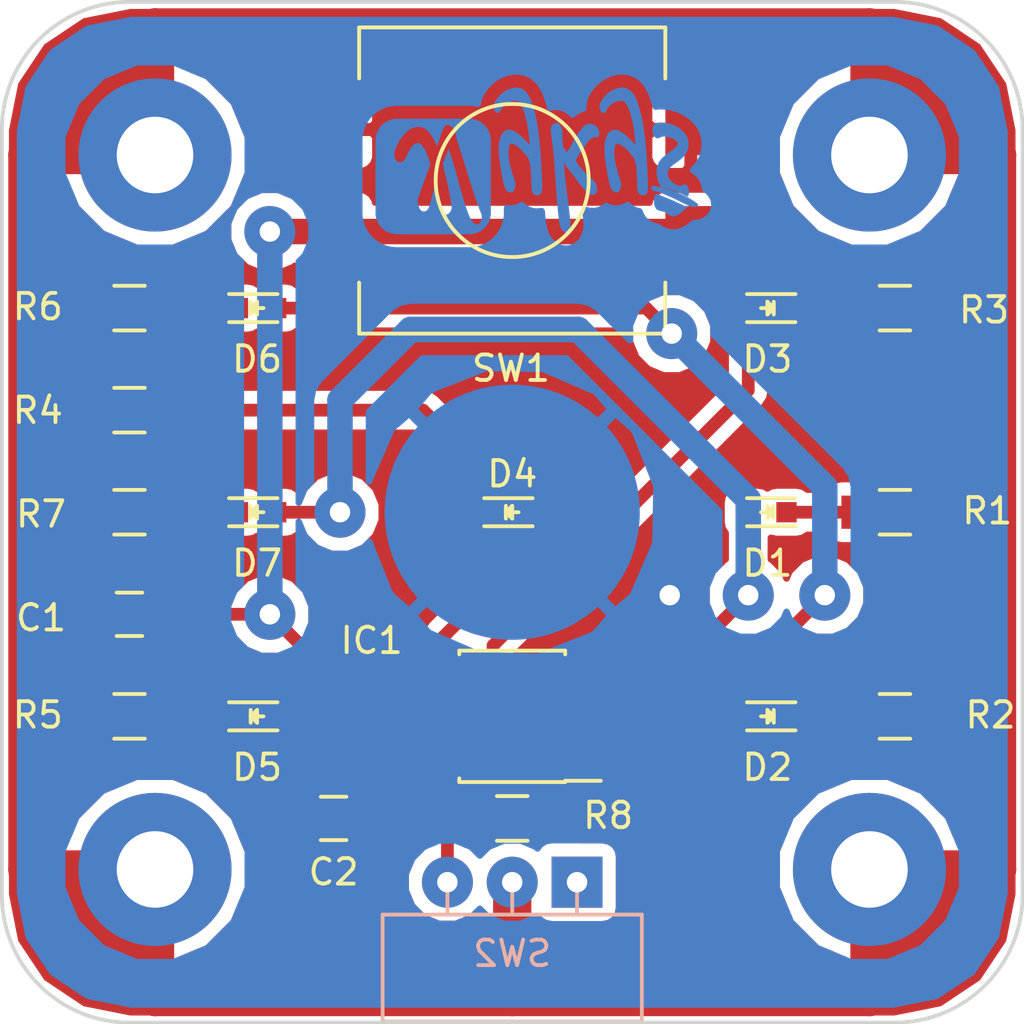
<source format=kicad_pcb>
(kicad_pcb (version 4) (host pcbnew 4.0.4-stable)
  (layers (0 F.Cu signal hide) (31 B.Cu signal hide) (34 B.Paste user) (35 F.Paste user) (36 B.SilkS user) (37 F.SilkS user) (38 B.Mask user) (39 F.Mask user) (44 Edge.Cuts user))
  (net 0 "")
  (net 1 "Net-(C1-Pad1)")
  (net 2 GND)
  (net 3 VDD)
  (net 4 /D)
  (net 5 "Net-(D1-Pad1)")
  (net 6 /C)
  (net 7 "Net-(D2-Pad1)")
  (net 8 /B)
  (net 9 "Net-(D3-Pad1)")
  (net 10 /A)
  (net 11 "Net-(D4-Pad1)")
  (net 12 "Net-(D5-Pad1)")
  (net 13 "Net-(D6-Pad1)")
  (net 14 "Net-(D7-Pad1)")
  (net 15 "Net-(IC1-Pad1)")
  (net 16 "Net-(SW2-Pad3)")
  (net 17 "Net-(M1-Pad1)")
  (module Wire_Pads:SolderWirePad_single_1-5mmDrill (layer F.Cu) (at 100 100)
    (fp_text reference REF** hide)
    (fp_text value SolderWirePad_single_1-5mmDrill)
    (pad 1 smd circle (at 0 0) (size 10 10) (layers B.Cu B.Paste B.Mask) (net 2 GND))
  )
  (module Buttons_Switches_SMD:SW_SPST_PTS645 (layer F.Cu) (at 100 87)
    (fp_text reference SW1 (at -0.051 7.361) (layer F.SilkS))
    (fp_text value HOD)
    (pad 2 smd rect (at -7 2) (size 2 2) (layers F.Cu F.Paste F.Mask) (net 1 "Net-(C1-Pad1)"))
    (pad 1 smd rect (at -7 -2) (size 2 2) (layers F.Cu F.Paste F.Mask) (net 2 GND))
    (pad 1 smd rect (at 7 -2) (size 2 2) (layers F.Cu F.Paste F.Mask) (net 2 GND))
    (pad 2 smd rect (at 7 2) (size 2 2) (layers F.Cu F.Paste F.Mask) (net 1 "Net-(C1-Pad1)"))
  )
  (module Buttons_Switches_ThroughHole:SW_Micro_SPST_Angled (layer B.Cu) (at 100 114.5 180)
    (fp_text reference SW2 (at 0 -2.794 180) (layer B.SilkS) (effects (justify mirror)))
    (fp_text value ON-OFF)
    (pad 3 thru_hole rect (at -2.54 0 180) (size 2 2) (drill 0.8) (layers *.Cu *.Mask) (net 16 "Net-(SW2-Pad3)"))
    (pad 2 thru_hole circle (at 0 0 180) (size 2 2) (drill 0.8) (layers *.Cu *.Mask) (net 17 "Net-(M1-Pad1)"))
    (pad 1 thru_hole circle (at 2.54 0 180) (size 2 2) (drill 0.8) (layers *.Cu *.Mask) (net 3 VDD))
  )
  (module Capacitors_SMD:C_0805_HandSoldering (layer F.Cu) (at 85 104 180)
    (fp_text reference C1 (at 3.466 -0.14 180) (layer F.SilkS))
    (fp_text value 10n)
    (pad 1 smd rect (at -1.25 0 180) (size 1.5 1.25) (layers F.Cu F.Paste F.Mask) (net 1 "Net-(C1-Pad1)"))
    (pad 2 smd rect (at 1.25 0 180) (size 1.5 1.25) (layers F.Cu F.Paste F.Mask) (net 2 GND))
  )
  (module Capacitors_SMD:C_0805_HandSoldering (layer F.Cu) (at 93 112 180)
    (fp_text reference C2 (at 0 -2.1 180) (layer F.SilkS))
    (fp_text value 100n)
    (pad 1 smd rect (at -1.25 0 180) (size 1.5 1.25) (layers F.Cu F.Paste F.Mask) (net 3 VDD))
    (pad 2 smd rect (at 1.25 0 180) (size 1.5 1.25) (layers F.Cu F.Paste F.Mask) (net 2 GND))
  )
  (module LEDs:LED_0603 (layer F.Cu) (at 110 100 180)
    (fp_text reference D1 (at 0 -2 180) (layer F.SilkS))
    (fp_text value LED)
    (pad 2 smd rect (at 0.7493 0) (size 0.79756 0.79756) (layers F.Cu F.Paste F.Mask) (net 4 /D))
    (pad 1 smd rect (at -0.7493 0) (size 0.79756 0.79756) (layers F.Cu F.Paste F.Mask) (net 5 "Net-(D1-Pad1)"))
  )
  (module LEDs:LED_0603 (layer F.Cu) (at 110 108 180)
    (fp_text reference D2 (at 0 -2 180) (layer F.SilkS))
    (fp_text value LED)
    (pad 2 smd rect (at 0.7493 0) (size 0.79756 0.79756) (layers F.Cu F.Paste F.Mask) (net 6 /C))
    (pad 1 smd rect (at -0.7493 0) (size 0.79756 0.79756) (layers F.Cu F.Paste F.Mask) (net 7 "Net-(D2-Pad1)"))
  )
  (module LEDs:LED_0603 (layer F.Cu) (at 110 92 180)
    (fp_text reference D3 (at 0 -2 180) (layer F.SilkS))
    (fp_text value LED)
    (pad 2 smd rect (at 0.7493 0) (size 0.79756 0.79756) (layers F.Cu F.Paste F.Mask) (net 8 /B))
    (pad 1 smd rect (at -0.7493 0) (size 0.79756 0.79756) (layers F.Cu F.Paste F.Mask) (net 9 "Net-(D3-Pad1)"))
  )
  (module LEDs:LED_0603 (layer F.Cu) (at 100 100)
    (fp_text reference D4 (at 0 -1.5) (layer F.SilkS))
    (fp_text value LED)
    (pad 2 smd rect (at 0.7493 0 180) (size 0.79756 0.79756) (layers F.Cu F.Paste F.Mask) (net 10 /A))
    (pad 1 smd rect (at -0.7493 0 180) (size 0.79756 0.79756) (layers F.Cu F.Paste F.Mask) (net 11 "Net-(D4-Pad1)"))
  )
  (module LEDs:LED_0603 (layer F.Cu) (at 90 108)
    (fp_text reference D5 (at 0 2) (layer F.SilkS))
    (fp_text value LED)
    (pad 2 smd rect (at 0.7493 0 180) (size 0.79756 0.79756) (layers F.Cu F.Paste F.Mask) (net 8 /B))
    (pad 1 smd rect (at -0.7493 0 180) (size 0.79756 0.79756) (layers F.Cu F.Paste F.Mask) (net 12 "Net-(D5-Pad1)"))
  )
  (module LEDs:LED_0603 (layer F.Cu) (at 90 92)
    (fp_text reference D6 (at 0 2) (layer F.SilkS))
    (fp_text value LED)
    (pad 2 smd rect (at 0.7493 0 180) (size 0.79756 0.79756) (layers F.Cu F.Paste F.Mask) (net 6 /C))
    (pad 1 smd rect (at -0.7493 0 180) (size 0.79756 0.79756) (layers F.Cu F.Paste F.Mask) (net 13 "Net-(D6-Pad1)"))
  )
  (module LEDs:LED_0603 (layer F.Cu) (at 90 100)
    (fp_text reference D7 (at 0 2) (layer F.SilkS))
    (fp_text value LED)
    (pad 2 smd rect (at 0.7493 0 180) (size 0.79756 0.79756) (layers F.Cu F.Paste F.Mask) (net 4 /D))
    (pad 1 smd rect (at -0.7493 0 180) (size 0.79756 0.79756) (layers F.Cu F.Paste F.Mask) (net 14 "Net-(D7-Pad1)"))
  )
  (module Housings_SOIC:SOIC-8_3.9x4.9mm_Pitch1.27mm (layer F.Cu) (at 100 108 180)
    (fp_text reference IC1 (at 5.512 2.971 180) (layer F.SilkS))
    (fp_text value ATTINY13A-SS)
    (pad 1 smd rect (at -2.7 -1.905 180) (size 1.55 0.6) (layers F.Cu F.Paste F.Mask) (net 15 "Net-(IC1-Pad1)"))
    (pad 2 smd rect (at -2.7 -0.635 180) (size 1.55 0.6) (layers F.Cu F.Paste F.Mask) (net 6 /C))
    (pad 3 smd rect (at -2.7 0.635 180) (size 1.55 0.6) (layers F.Cu F.Paste F.Mask) (net 4 /D))
    (pad 4 smd rect (at -2.7 1.905 180) (size 1.55 0.6) (layers F.Cu F.Paste F.Mask) (net 2 GND))
    (pad 5 smd rect (at 2.7 1.905 180) (size 1.55 0.6) (layers F.Cu F.Paste F.Mask) (net 10 /A))
    (pad 6 smd rect (at 2.7 0.635 180) (size 1.55 0.6) (layers F.Cu F.Paste F.Mask) (net 1 "Net-(C1-Pad1)"))
    (pad 7 smd rect (at 2.7 -0.635 180) (size 1.55 0.6) (layers F.Cu F.Paste F.Mask) (net 8 /B))
    (pad 8 smd rect (at 2.7 -1.905 180) (size 1.55 0.6) (layers F.Cu F.Paste F.Mask) (net 3 VDD))
  )
  (module Wire_Pads:SolderWirePad_single_0-8mmDrill (layer F.Cu) (at 114 86)
    (fp_text reference M1 hide)
    (fp_text value M3)
    (pad 1 thru_hole circle (at 0 0) (size 6 6) (drill 3) (layers *.Cu *.Mask) (net 17 "Net-(M1-Pad1)"))
  )
  (module Wire_Pads:SolderWirePad_single_0-8mmDrill (layer F.Cu) (at 86 86)
    (fp_text reference M2 hide)
    (fp_text value M3)
    (pad 1 thru_hole circle (at 0 0) (size 6 6) (drill 3) (layers *.Cu *.Mask) (net 17 "Net-(M1-Pad1)"))
  )
  (module Wire_Pads:SolderWirePad_single_0-8mmDrill (layer F.Cu) (at 86 114)
    (fp_text reference M3 hide)
    (fp_text value M3)
    (pad 1 thru_hole circle (at 0 0) (size 6 6) (drill 3) (layers *.Cu *.Mask) (net 17 "Net-(M1-Pad1)"))
  )
  (module Wire_Pads:SolderWirePad_single_0-8mmDrill (layer F.Cu) (at 114 114)
    (fp_text reference M4 hide)
    (fp_text value M3)
    (pad 1 thru_hole circle (at 0 0) (size 6 6) (drill 3) (layers *.Cu *.Mask) (net 17 "Net-(M1-Pad1)"))
  )
  (module Resistors_SMD:R_0805_HandSoldering (layer F.Cu) (at 115 100 180)
    (fp_text reference R1 (at -3.618 0.051 180) (layer F.SilkS))
    (fp_text value R)
    (pad 1 smd rect (at -1.35 0 180) (size 1.5 1.3) (layers F.Cu F.Paste F.Mask) (net 2 GND))
    (pad 2 smd rect (at 1.35 0 180) (size 1.5 1.3) (layers F.Cu F.Paste F.Mask) (net 5 "Net-(D1-Pad1)"))
  )
  (module Resistors_SMD:R_0805_HandSoldering (layer F.Cu) (at 115 108)
    (fp_text reference R2 (at 3.745 -0.05) (layer F.SilkS))
    (fp_text value R)
    (pad 1 smd rect (at -1.35 0) (size 1.5 1.3) (layers F.Cu F.Paste F.Mask) (net 7 "Net-(D2-Pad1)"))
    (pad 2 smd rect (at 1.35 0) (size 1.5 1.3) (layers F.Cu F.Paste F.Mask) (net 2 GND))
  )
  (module Resistors_SMD:R_0805_HandSoldering (layer F.Cu) (at 115 92 180)
    (fp_text reference R3 (at -3.491 -0.075 180) (layer F.SilkS))
    (fp_text value R)
    (pad 1 smd rect (at -1.35 0 180) (size 1.5 1.3) (layers F.Cu F.Paste F.Mask) (net 2 GND))
    (pad 2 smd rect (at 1.35 0 180) (size 1.5 1.3) (layers F.Cu F.Paste F.Mask) (net 9 "Net-(D3-Pad1)"))
  )
  (module Resistors_SMD:R_0805_HandSoldering (layer F.Cu) (at 85 96)
    (fp_text reference R4 (at -3.593 0.012) (layer F.SilkS))
    (fp_text value R)
    (pad 1 smd rect (at -1.35 0) (size 1.5 1.3) (layers F.Cu F.Paste F.Mask) (net 2 GND))
    (pad 2 smd rect (at 1.35 0) (size 1.5 1.3) (layers F.Cu F.Paste F.Mask) (net 11 "Net-(D4-Pad1)"))
  )
  (module Resistors_SMD:R_0805_HandSoldering (layer F.Cu) (at 85 108 180)
    (fp_text reference R5 (at 3.593 0.05 180) (layer F.SilkS))
    (fp_text value R)
    (pad 1 smd rect (at -1.35 0 180) (size 1.5 1.3) (layers F.Cu F.Paste F.Mask) (net 12 "Net-(D5-Pad1)"))
    (pad 2 smd rect (at 1.35 0 180) (size 1.5 1.3) (layers F.Cu F.Paste F.Mask) (net 2 GND))
  )
  (module Resistors_SMD:R_0805_HandSoldering (layer F.Cu) (at 85 92)
    (fp_text reference R6 (at -3.593 -0.052) (layer F.SilkS))
    (fp_text value R)
    (pad 1 smd rect (at -1.35 0) (size 1.5 1.3) (layers F.Cu F.Paste F.Mask) (net 2 GND))
    (pad 2 smd rect (at 1.35 0) (size 1.5 1.3) (layers F.Cu F.Paste F.Mask) (net 13 "Net-(D6-Pad1)"))
  )
  (module Resistors_SMD:R_0805_HandSoldering (layer F.Cu) (at 85 100)
    (fp_text reference R7 (at -3.466 0.076) (layer F.SilkS))
    (fp_text value R)
    (pad 1 smd rect (at -1.35 0) (size 1.5 1.3) (layers F.Cu F.Paste F.Mask) (net 2 GND))
    (pad 2 smd rect (at 1.35 0) (size 1.5 1.3) (layers F.Cu F.Paste F.Mask) (net 14 "Net-(D7-Pad1)"))
  )
  (module Resistors_SMD:R_0805_HandSoldering (layer F.Cu) (at 100 112)
    (fp_text reference R8 (at 3.759 -0.113) (layer F.SilkS))
    (fp_text value 10k)
    (pad 1 smd rect (at -1.35 0) (size 1.5 1.3) (layers F.Cu F.Paste F.Mask) (net 3 VDD))
    (pad 2 smd rect (at 1.35 0) (size 1.5 1.3) (layers F.Cu F.Paste F.Mask) (net 15 "Net-(IC1-Pad1)"))
  )
  (module mod:wykys_cu (layer B.Cu) (at 100.965 86.233)
    (fp_text reference G*** hide)
    (fp_text value LOGO hide)
    (fp_poly (pts (xy 0.015906 1.34302) (xy 0.026325 1.342678) (xy 0.035765 1.342129) (xy 0.043725 1.341372) (xy 0.04826 1.340699) (xy 0.069729 1.33582) (xy 0.089233 1.329402) (xy 0.106872 1.321384) (xy 0.122745 1.311708) (xy 0.136951 1.300313) (xy 0.14959 1.287139) (xy 0.159642 1.27381) (xy 0.166986 1.261264) (xy 0.173704 1.246333) (xy 0.179798 1.229012) (xy 0.185269 1.209292) (xy 0.190119 1.187164) (xy 0.194348 1.162622) (xy 0.197959 1.135656) (xy 0.200952 1.10626) (xy 0.203329 1.074426) (xy 0.205091 1.040144) (xy 0.20624 1.003408) (xy 0.206487 0.9906) (xy 0.206553 0.986453) (xy 0.20661 0.982455) (xy 0.206654 0.978517) (xy 0.206682 0.974552) (xy 0.20669 0.970471) (xy 0.206674 0.966186) (xy 0.206632 0.961609) (xy 0.206558 0.956652) (xy 0.206451 0.951226) (xy 0.206306 0.945243) (xy 0.206119 0.938615) (xy 0.205888 0.931254) (xy 0.205608 0.923071) (xy 0.205277 0.913979) (xy 0.20489 0.903888) (xy 0.204444 0.892712) (xy 0.203936 0.880361) (xy 0.203362 0.866747) (xy 0.202717 0.851783) (xy 0.202 0.835379) (xy 0.201206 0.817448) (xy 0.200332 0.797902) (xy 0.199374 0.776651) (xy 0.198329 0.753609) (xy 0.197193 0.728687) (xy 0.195962 0.701796) (xy 0.194634 0.672848) (xy 0.193203 0.641756) (xy 0.191668 0.60843) (xy 0.190024 0.572783) (xy 0.188268 0.534727) (xy 0.187445 0.51689) (xy 0.185903 0.483491) (xy 0.184377 0.450473) (xy 0.182872 0.417943) (xy 0.181393 0.38601) (xy 0.179945 0.35478) (xy 0.178534 0.324362) (xy 0.177164 0.294861) (xy 0.17584 0.266387) (xy 0.174567 0.239045) (xy 0.173351 0.212944) (xy 0.172195 0.18819) (xy 0.171106 0.164892) (xy 0.170089 0.143156) (xy 0.169147 0.123091) (xy 0.168287 0.104802) (xy 0.167513 0.088399) (xy 0.166831 0.073988) (xy 0.166245 0.061676) (xy 0.16576 0.051571) (xy 0.165382 0.04378) (xy 0.165115 0.038411) (xy 0.165099 0.0381) (xy 0.156017 -0.123845) (xy 0.1454 -0.28408) (xy 0.133221 -0.442938) (xy 0.11945 -0.600756) (xy 0.104058 -0.757868) (xy 0.087016 -0.91461) (xy 0.070503 -1.053535) (xy 0.056758 -1.159283) (xy 0.041936 -1.262795) (xy 0.026023 -1.36414) (xy 0.009004 -1.463389) (xy -0.009135 -1.560612) (xy -0.028408 -1.65588) (xy -0.04883 -1.749263) (xy -0.070415 -1.840832) (xy -0.093179 -1.930657) (xy -0.117134 -2.018809) (xy -0.142297 -2.105357) (xy -0.152921 -2.140248) (xy -0.17079 -2.196579) (xy -0.188861 -2.250387) (xy -0.207134 -2.301673) (xy -0.225608 -2.350436) (xy -0.244283 -2.396674) (xy -0.263159 -2.440387) (xy -0.282234 -2.481573) (xy -0.301509 -2.520232) (xy -0.320984 -2.556364) (xy -0.340657 -2.589966) (xy -0.360528 -2.621039) (xy -0.380598 -2.649582) (xy -0.400587 -2.675255) (xy -0.407922 -2.683889) (xy -0.416546 -2.693563) (xy -0.42596 -2.703752) (xy -0.435666 -2.71393) (xy -0.445164 -2.723574) (xy -0.453956 -2.732156) (xy -0.459863 -2.737651) (xy -0.48639 -2.760396) (xy -0.513002 -2.78071) (xy -0.539876 -2.798698) (xy -0.567192 -2.814468) (xy -0.595127 -2.828126) (xy -0.62386 -2.839779) (xy -0.639451 -2.845172) (xy -0.666774 -2.8532) (xy -0.69445 -2.859536) (xy -0.722774 -2.864212) (xy -0.75204 -2.867262) (xy -0.782541 -2.868718) (xy -0.814571 -2.868614) (xy -0.840105 -2.867511) (xy -0.884857 -2.863602) (xy -0.929366 -2.857169) (xy -0.973611 -2.848218) (xy -1.017566 -2.836756) (xy -1.06121 -2.82279) (xy -1.104517 -2.806326) (xy -1.147465 -2.78737) (xy -1.171575 -2.775555) (xy -1.181069 -2.770716) (xy -1.189423 -2.7664) (xy -1.196946 -2.762424) (xy -1.203946 -2.758604) (xy -1.210729 -2.754756) (xy -1.217604 -2.750698) (xy -1.224878 -2.746246) (xy -1.232858 -2.741215) (xy -1.241853 -2.735424) (xy -1.25217 -2.728687) (xy -1.264116 -2.720822) (xy -1.271645 -2.715848) (xy -1.311114 -2.688299) (xy -1.349714 -2.658451) (xy -1.387313 -2.626433) (xy -1.423782 -2.592374) (xy -1.45899 -2.556406) (xy -1.492807 -2.518657) (xy -1.525104 -2.479258) (xy -1.555751 -2.438338) (xy -1.57003 -2.417911) (xy -1.591394 -2.385474) (xy -1.610461 -2.354062) (xy -1.627245 -2.323644) (xy -1.641759 -2.29419) (xy -1.654017 -2.265668) (xy -1.664033 -2.238048) (xy -1.671819 -2.211298) (xy -1.67739 -2.185388) (xy -1.680317 -2.164715) (xy -1.681129 -2.153593) (xy -1.681446 -2.140508) (xy -1.681299 -2.12598) (xy -1.680715 -2.110532) (xy -1.679723 -2.094685) (xy -1.678351 -2.07896) (xy -1.676629 -2.06388) (xy -1.674585 -2.049966) (xy -1.673774 -2.045335) (xy -1.668516 -2.021246) (xy -1.66192 -1.998761) (xy -1.654044 -1.977981) (xy -1.644946 -1.959007) (xy -1.634686 -1.941938) (xy -1.623321 -1.926875) (xy -1.610911 -1.91392) (xy -1.597513 -1.903173) (xy -1.587411 -1.896925) (xy -1.574191 -1.890929) (xy -1.560114 -1.886792) (xy -1.545656 -1.884562) (xy -1.531295 -1.884286) (xy -1.517508 -1.886009) (xy -1.506788 -1.889012) (xy -1.498394 -1.892523) (xy -1.490718 -1.896827) (xy -1.483156 -1.902331) (xy -1.475104 -1.909444) (xy -1.471825 -1.91262) (xy -1.465815 -1.918794) (xy -1.460466 -1.924888) (xy -1.455459 -1.931346) (xy -1.450478 -1.938615) (xy -1.445204 -1.947141) (xy -1.439321 -1.957369) (xy -1.436909 -1.961707) (xy -1.412924 -2.003114) (xy -1.387995 -2.042174) (xy -1.3621 -2.078909) (xy -1.33522 -2.113337) (xy -1.307334 -2.145478) (xy -1.278422 -2.175351) (xy -1.248464 -2.202977) (xy -1.21744 -2.228375) (xy -1.185328 -2.251564) (xy -1.152111 -2.272565) (xy -1.117765 -2.291397) (xy -1.082273 -2.30808) (xy -1.079178 -2.30941) (xy -1.045409 -2.322594) (xy -1.010181 -2.334015) (xy -0.973893 -2.343598) (xy -0.936948 -2.351263) (xy -0.899745 -2.356935) (xy -0.862686 -2.360535) (xy -0.826171 -2.361985) (xy -0.808085 -2.361876) (xy -0.79717 -2.361555) (xy -0.78825 -2.361048) (xy -0.780781 -2.360246) (xy -0.774221 -2.359036) (xy -0.768025 -2.357306) (xy -0.76165 -2.354946) (xy -0.754552 -2.351843) (xy -0.750939 -2.350157) (xy -0.734297 -2.34101) (xy -0.717713 -2.329326) (xy -0.701188 -2.315106) (xy -0.684721 -2.298351) (xy -0.668312 -2.279058) (xy -0.651961 -2.257229) (xy -0.635668 -2.232864) (xy -0.619433 -2.20596) (xy -0.603255 -2.17652) (xy -0.587135 -2.144541) (xy -0.571072 -2.110025) (xy -0.555066 -2.07297) (xy -0.539117 -2.033377) (xy -0.523225 -1.991245) (xy -0.507389 -1.946574) (xy -0.502272 -1.931558) (xy -0.478883 -1.859415) (xy -0.456679 -1.785039) (xy -0.435662 -1.708445) (xy -0.415834 -1.629649) (xy -0.3972 -1.548666) (xy -0.37976 -1.465512) (xy -0.363519 -1.380202) (xy -0.348479 -1.292751) (xy -0.334643 -1.203175) (xy -0.322014 -1.111489) (xy -0.310594 -1.01771) (xy -0.300386 -0.921851) (xy -0.291394 -0.823929) (xy -0.285179 -0.74549) (xy -0.284124 -0.731027) (xy -0.283091 -0.716517) (xy -0.282093 -0.702186) (xy -0.281145 -0.68826) (xy -0.280262 -0.674966) (xy -0.279458 -0.662531) (xy -0.278746 -0.651182) (xy -0.278142 -0.641146) (xy -0.27766 -0.632649) (xy -0.277315 -0.625918) (xy -0.277119 -0.62118) (xy -0.277089 -0.618662) (xy -0.277124 -0.618333) (xy -0.27805 -0.618851) (xy -0.280397 -0.621033) (xy -0.28392 -0.624624) (xy -0.288375 -0.629374) (xy -0.293516 -0.635028) (xy -0.295944 -0.63775) (xy -0.340808 -0.687762) (xy -0.38466 -0.735462) (xy -0.427516 -0.780862) (xy -0.469388 -0.823973) (xy -0.510292 -0.864808) (xy -0.550241 -0.903377) (xy -0.589249 -0.939693) (xy -0.62733 -0.973767) (xy -0.664499 -1.005612) (xy -0.70077 -1.035238) (xy -0.736157 -1.062658) (xy -0.770673 -1.087884) (xy -0.804333 -1.110927) (xy -0.837152 -1.131799) (xy -0.869142 -1.150512) (xy -0.900319 -1.167077) (xy -0.930696 -1.181506) (xy -0.960288 -1.193812) (xy -0.965576 -1.195818) (xy -0.990645 -1.204332) (xy -1.015719 -1.211177) (xy -1.040482 -1.216302) (xy -1.064619 -1.219652) (xy -1.087812 -1.221176) (xy -1.109745 -1.22082) (xy -1.11379 -1.220532) (xy -1.140395 -1.217343) (xy -1.165622 -1.212135) (xy -1.189669 -1.204823) (xy -1.212736 -1.195326) (xy -1.235021 -1.183558) (xy -1.256722 -1.169436) (xy -1.278039 -1.152876) (xy -1.281605 -1.149842) (xy -1.299775 -1.132792) (xy -1.31753 -1.113354) (xy -1.334804 -1.091656) (xy -1.351529 -1.067827) (xy -1.367636 -1.041995) (xy -1.38306 -1.014287) (xy -1.397732 -0.984833) (xy -1.411585 -0.95376) (xy -1.424551 -0.921197) (xy -1.436564 -0.887271) (xy -1.447556 -0.852112) (xy -1.45746 -0.815847) (xy -1.457749 -0.814705) (xy -1.46492 -0.784602) (xy -1.471304 -0.754091) (xy -1.476903 -0.723048) (xy -1.481721 -0.691348) (xy -1.485759 -0.658869) (xy -1.489022 -0.625486) (xy -1.49151 -0.591077) (xy -1.493228 -0.555518) (xy -1.494177 -0.518685) (xy -1.494361 -0.480454) (xy -1.493782 -0.440703) (xy -1.492443 -0.399307) (xy -1.490347 -0.356143) (xy -1.487496 -0.311088) (xy -1.483894 -0.264018) (xy -1.479542 -0.214808) (xy -1.474443 -0.163337) (xy -1.472485 -0.14478) (xy -1.467975 -0.104188) (xy -1.462984 -0.062012) (xy -1.457541 -0.018434) (xy -1.451677 0.026369) (xy -1.445423 0.072217) (xy -1.438809 0.11893) (xy -1.431866 0.166328) (xy -1.424625 0.214232) (xy -1.417117 0.262463) (xy -1.409372 0.310841) (xy -1.40142 0.359187) (xy -1.393293 0.40732) (xy -1.385021 0.455062) (xy -1.376635 0.502233) (xy -1.368166 0.548653) (xy -1.359643 0.594144) (xy -1.351099 0.638524) (xy -1.342563 0.681616) (xy -1.334066 0.723238) (xy -1.325639 0.763213) (xy -1.317312 0.80136) (xy -1.309117 0.837499) (xy -1.301084 0.871452) (xy -1.293906 0.90043) (xy -1.286422 0.92937) (xy -1.279238 0.955951) (xy -1.27229 0.98033) (xy -1.265516 1.002663) (xy -1.258853 1.023105) (xy -1.252238 1.041813) (xy -1.245608 1.058942) (xy -1.238902 1.074649) (xy -1.232055 1.089088) (xy -1.225005 1.102417) (xy -1.21769 1.114791) (xy -1.210047 1.126366) (xy -1.202012 1.137298) (xy -1.195107 1.145869) (xy -1.179674 1.162347) (xy -1.162427 1.177219) (xy -1.143645 1.190313) (xy -1.12361 1.20146) (xy -1.102602 1.210488) (xy -1.080901 1.217228) (xy -1.07569 1.21847) (xy -1.064437 1.220652) (xy -1.052278 1.222403) (xy -1.039698 1.223701) (xy -1.027183 1.224522) (xy -1.015218 1.224843) (xy -1.004289 1.224641) (xy -0.994881 1.223893) (xy -0.987759 1.222648) (xy -0.971968 1.217685) (xy -0.957485 1.210924) (xy -0.944043 1.202188) (xy -0.931375 1.191298) (xy -0.919216 1.178079) (xy -0.917529 1.17602) (xy -0.908306 1.163317) (xy -0.899268 1.148348) (xy -0.890526 1.131387) (xy -0.882186 1.112707) (xy -0.874359 1.092583) (xy -0.867152 1.071286) (xy -0.860674 1.049092) (xy -0.855034 1.026272) (xy -0.85164 1.010061) (xy -0.849506 0.997998) (xy -0.847546 0.984908) (xy -0.845792 0.971174) (xy -0.844272 0.957177) (xy -0.843018 0.943297) (xy -0.842059 0.929916) (xy -0.841424 0.917415) (xy -0.841146 0.906174) (xy -0.841252 0.896575) (xy -0.841774 0.889) (xy -0.841972 0.887467) (xy -0.843245 0.879999) (xy -0.845128 0.87087) (xy -0.847633 0.860035) (xy -0.850775 0.847448) (xy -0.854567 0.833062) (xy -0.859024 0.816831) (xy -0.864159 0.798708) (xy -0.869985 0.778647) (xy -0.876516 0.756602) (xy -0.883767 0.732526) (xy -0.891751 0.706374) (xy -0.900481 0.678098) (xy -0.909971 0.647652) (xy -0.920235 0.614991) (xy -0.931287 0.580067) (xy -0.943141 0.542835) (xy -0.955711 0.503555) (xy -0.966085 0.471041) (xy -0.975664 0.440642) (xy -0.984527 0.412089) (xy -0.99275 0.385114) (xy -1.000412 0.359446) (xy -1.007591 0.334816) (xy -1.014364 0.310955) (xy -1.02081 0.287593) (xy -1.027007 0.264461) (xy -1.033031 0.24129) (xy -1.038962 0.217809) (xy -1.042727 0.202565) (xy -1.055533 0.148439) (xy -1.066984 0.096053) (xy -1.07714 0.045036) (xy -1.08606 -0.00498) (xy -1.093805 -0.054366) (xy -1.100433 -0.103492) (xy -1.106005 -0.152727) (xy -1.110581 -0.202441) (xy -1.112811 -0.231775) (xy -1.113205 -0.238954) (xy -1.113545 -0.248296) (xy -1.113831 -0.259481) (xy -1.114062 -0.272188) (xy -1.11424 -0.286096) (xy -1.114363 -0.300884) (xy -1.114433 -0.316231) (xy -1.114448 -0.331816) (xy -1.11441 -0.347319) (xy -1.114317 -0.362418) (xy -1.114171 -0.376792) (xy -1.113971 -0.390122) (xy -1.113717 -0.402085) (xy -1.11341 -0.412362) (xy -1.113049 -0.420631) (xy -1.112783 -0.424815) (xy -1.110249 -0.454164) (xy -1.107273 -0.481201) (xy -1.103812 -0.506121) (xy -1.099825 -0.529121) (xy -1.095268 -0.550395) (xy -1.0901 -0.57014) (xy -1.084278 -0.588551) (xy -1.077761 -0.605825) (xy -1.070506 -0.622157) (xy -1.070086 -0.623028) (xy -1.062378 -0.638043) (xy -1.054902 -0.650672) (xy -1.047555 -0.661051) (xy -1.040237 -0.669311) (xy -1.032844 -0.675586) (xy -1.027324 -0.679) (xy -1.024093 -0.680606) (xy -1.021272 -0.681641) (xy -1.018169 -0.68222) (xy -1.014094 -0.682458) (xy -1.008355 -0.682468) (xy -1.006475 -0.682448) (xy -0.987564 -0.681185) (xy -0.967367 -0.677883) (xy -0.946022 -0.672608) (xy -0.923667 -0.665424) (xy -0.90044 -0.656396) (xy -0.876479 -0.645589) (xy -0.851921 -0.633067) (xy -0.826905 -0.618897) (xy -0.801568 -0.603142) (xy -0.776048 -0.585868) (xy -0.750482 -0.56714) (xy -0.73343 -0.553836) (xy -0.709051 -0.533661) (xy -0.683609 -0.51128) (xy -0.657174 -0.486763) (xy -0.629815 -0.460178) (xy -0.601601 -0.431594) (xy -0.572601 -0.40108) (xy -0.542884 -0.368703) (xy -0.513691 -0.33587) (xy -0.488187 -0.306463) (xy -0.464578 -0.27862) (xy -0.442815 -0.252275) (xy -0.422847 -0.227359) (xy -0.404624 -0.203805) (xy -0.388095 -0.181545) (xy -0.373212 -0.160511) (xy -0.359922 -0.140635) (xy -0.348178 -0.12185) (xy -0.337927 -0.104088) (xy -0.32912 -0.087281) (xy -0.327756 -0.0845) (xy -0.315422 -0.057251) (xy -0.303765 -0.027806) (xy -0.292858 0.003564) (xy -0.282772 0.036589) (xy -0.273581 0.070999) (xy -0.265356 0.106522) (xy -0.258169 0.142888) (xy -0.252092 0.179827) (xy -0.247198 0.217067) (xy -0.247114 0.217805) (xy -0.244976 0.23721) (xy -0.242917 0.257252) (xy -0.240932 0.278034) (xy -0.239015 0.299661) (xy -0.237161 0.322237) (xy -0.235363 0.345865) (xy -0.233616 0.37065) (xy -0.231914 0.396696) (xy -0.23025 0.424107) (xy -0.22862 0.452986) (xy -0.227018 0.483437) (xy -0.225437 0.515565) (xy -0.223873 0.549473) (xy -0.222318 0.585266) (xy -0.220768 0.623047) (xy -0.219216 0.66292) (xy -0.217656 0.70499) (xy -0.216084 0.74936) (xy -0.214492 0.796134) (xy -0.214002 0.810895) (xy -0.212698 0.849383) (xy -0.211409 0.885389) (xy -0.210132 0.918973) (xy -0.208863 0.950195) (xy -0.207599 0.979112) (xy -0.206338 1.005784) (xy -0.205076 1.030271) (xy -0.20381 1.05263) (xy -0.202537 1.072922) (xy -0.201254 1.091204) (xy -0.199958 1.107536) (xy -0.198646 1.121978) (xy -0.197314 1.134587) (xy -0.196768 1.13919) (xy -0.192539 1.16343) (xy -0.185863 1.18758) (xy -0.176833 1.211433) (xy -0.16554 1.234781) (xy -0.152073 1.257414) (xy -0.136526 1.279126) (xy -0.134144 1.282137) (xy -0.120328 1.297484) (xy -0.105189 1.310676) (xy -0.088684 1.321737) (xy -0.070771 1.330694) (xy -0.051408 1.337574) (xy -0.039076 1.340715) (xy -0.033316 1.341618) (xy -0.025526 1.342314) (xy -0.016207 1.342802) (xy -0.005862 1.343082) (xy 0.00501 1.343155) (xy 0.015906 1.34302)) (layer B.Cu) (width 0.01))
    (fp_poly (pts (xy 4.171295 1.342789) (xy 4.193983 1.340164) (xy 4.214916 1.335762) (xy 4.234139 1.32956) (xy 4.251703 1.321541) (xy 4.267654 1.311682) (xy 4.282042 1.299964) (xy 4.294913 1.286367) (xy 4.30077 1.27889) (xy 4.308153 1.267546) (xy 4.314841 1.25446) (xy 4.320885 1.239489) (xy 4.326336 1.222491) (xy 4.331241 1.203321) (xy 4.335652 1.181836) (xy 4.336956 1.17451) (xy 4.339566 1.158435) (xy 4.341856 1.142288) (xy 4.343852 1.125757) (xy 4.345578 1.108531) (xy 4.347062 1.0903) (xy 4.348327 1.070752) (xy 4.3494 1.049576) (xy 4.350306 1.026461) (xy 4.351018 1.003107) (xy 4.352262 0.956945) (xy 4.333223 0.54229) (xy 4.331286 0.500104) (xy 4.32946 0.460364) (xy 4.327743 0.422982) (xy 4.326129 0.387866) (xy 4.324614 0.354926) (xy 4.323193 0.324071) (xy 4.321864 0.295213) (xy 4.32062 0.26826) (xy 4.319458 0.243122) (xy 4.318374 0.219708) (xy 4.317364 0.19793) (xy 4.316422 0.177695) (xy 4.315545 0.158914) (xy 4.314728 0.141497) (xy 4.313968 0.125354) (xy 4.313259 0.110393) (xy 4.312598 0.096525) (xy 4.31198 0.08366) (xy 4.311401 0.071707) (xy 4.310857 0.060576) (xy 4.310343 0.050177) (xy 4.309855 0.040418) (xy 4.309389 0.031212) (xy 4.30894 0.022465) (xy 4.308504 0.01409) (xy 4.308078 0.005994) (xy 4.307655 -0.001911) (xy 4.307234 -0.009717) (xy 4.306808 -0.017514) (xy 4.306373 -0.025391) (xy 4.305927 -0.033439) (xy 4.305463 -0.041749) (xy 4.305241 -0.04572) (xy 4.295821 -0.200565) (xy 4.284988 -0.353696) (xy 4.272704 -0.505529) (xy 4.258931 -0.656485) (xy 4.243632 -0.806983) (xy 4.22677 -0.957442) (xy 4.214407 -1.059815) (xy 4.2008 -1.164056) (xy 4.186154 -1.266058) (xy 4.170453 -1.365907) (xy 4.153677 -1.463689) (xy 4.13581 -1.559491) (xy 4.116834 -1.6534) (xy 4.09673 -1.745502) (xy 4.075481 -1.835884) (xy 4.053069 -1.924631) (xy 4.029476 -2.011831) (xy 4.004685 -2.09757) (xy 3.992188 -2.138774) (xy 3.974362 -2.195072) (xy 3.956346 -2.248841) (xy 3.938139 -2.300082) (xy 3.919741 -2.348793) (xy 3.901154 -2.394974) (xy 3.882377 -2.438625) (xy 3.863409 -2.479746) (xy 3.844252 -2.518335) (xy 3.824906 -2.554393) (xy 3.80537 -2.587919) (xy 3.785645 -2.618913) (xy 3.765731 -2.647375) (xy 3.762002 -2.652395) (xy 3.748239 -2.669916) (xy 3.732926 -2.687946) (xy 3.716643 -2.705855) (xy 3.699972 -2.723016) (xy 3.683491 -2.738799) (xy 3.675718 -2.74579) (xy 3.647902 -2.768742) (xy 3.619457 -2.789249) (xy 3.590308 -2.807345) (xy 3.560379 -2.823066) (xy 3.529593 -2.836445) (xy 3.497874 -2.847516) (xy 3.465146 -2.856315) (xy 3.431333 -2.862875) (xy 3.40995 -2.865814) (xy 3.40237 -2.866515) (xy 3.392752 -2.867119) (xy 3.381599 -2.867617) (xy 3.369409 -2.867999) (xy 3.356686 -2.868258) (xy 3.343929 -2.868384) (xy 3.33164 -2.86837) (xy 3.320319 -2.868205) (xy 3.310469 -2.867882) (xy 3.30581 -2.86763) (xy 3.26093 -2.863606) (xy 3.216941 -2.857343) (xy 3.173681 -2.848796) (xy 3.130989 -2.837921) (xy 3.088704 -2.824675) (xy 3.046666 -2.809012) (xy 3.004713 -2.790889) (xy 2.97688 -2.777502) (xy 2.965938 -2.771903) (xy 2.95436 -2.765755) (xy 2.942651 -2.759343) (xy 2.931318 -2.752952) (xy 2.920868 -2.746866) (xy 2.911808 -2.741371) (xy 2.906031 -2.737678) (xy 2.902556 -2.735384) (xy 2.897412 -2.731988) (xy 2.891047 -2.727786) (xy 2.883912 -2.723077) (xy 2.876456 -2.718156) (xy 2.874281 -2.71672) (xy 2.836302 -2.69028) (xy 2.798874 -2.661476) (xy 2.762158 -2.630453) (xy 2.726315 -2.597357) (xy 2.691506 -2.562335) (xy 2.657893 -2.525531) (xy 2.64145 -2.506345) (xy 2.619984 -2.479914) (xy 2.599363 -2.45285) (xy 2.579727 -2.425385) (xy 2.561219 -2.397754) (xy 2.54398 -2.370189) (xy 2.528151 -2.342923) (xy 2.513873 -2.316189) (xy 2.501288 -2.290222) (xy 2.490538 -2.265253) (xy 2.482856 -2.244725) (xy 2.476064 -2.223476) (xy 2.470835 -2.203307) (xy 2.467074 -2.183575) (xy 2.464689 -2.163638) (xy 2.463585 -2.142855) (xy 2.46367 -2.120583) (xy 2.463884 -2.114254) (xy 2.465817 -2.084405) (xy 2.469194 -2.056566) (xy 2.474036 -2.030642) (xy 2.480363 -2.006541) (xy 2.488194 -1.984167) (xy 2.495447 -1.967674) (xy 2.505503 -1.94907) (xy 2.516576 -1.93279) (xy 2.528672 -1.918825) (xy 2.541802 -1.907169) (xy 2.555974 -1.897811) (xy 2.571196 -1.890744) (xy 2.582545 -1.88714) (xy 2.591255 -1.885459) (xy 2.601159 -1.884521) (xy 2.61138 -1.884337) (xy 2.621046 -1.884919) (xy 2.629281 -1.886279) (xy 2.63017 -1.886505) (xy 2.642259 -1.89087) (xy 2.654347 -1.897371) (xy 2.665909 -1.905656) (xy 2.676422 -1.915376) (xy 2.680841 -1.920328) (xy 2.68544 -1.926011) (xy 2.689615 -1.931613) (xy 2.69369 -1.937633) (xy 2.697994 -1.944571) (xy 2.70285 -1.952923) (xy 2.706957 -1.960245) (xy 2.729875 -1.999839) (xy 2.753346 -2.037024) (xy 2.777438 -2.071883) (xy 2.802215 -2.104498) (xy 2.827745 -2.134953) (xy 2.854094 -2.163332) (xy 2.881328 -2.189717) (xy 2.908845 -2.213642) (xy 2.940984 -2.238546) (xy 2.974092 -2.261138) (xy 3.008204 -2.281431) (xy 3.043356 -2.29944) (xy 3.079584 -2.315179) (xy 3.116923 -2.32866) (xy 3.155408 -2.339899) (xy 3.195076 -2.348909) (xy 3.235962 -2.355703) (xy 3.278101 -2.360297) (xy 3.286125 -2.360913) (xy 3.296431 -2.361521) (xy 3.307403 -2.361936) (xy 3.318605 -2.362161) (xy 3.3296 -2.3622) (xy 3.339951 -2.362056) (xy 3.349222 -2.361733) (xy 3.356976 -2.361234) (xy 3.362776 -2.360562) (xy 3.364192 -2.360302) (xy 3.379386 -2.356155) (xy 3.394175 -2.350137) (xy 3.408768 -2.342121) (xy 3.423375 -2.331981) (xy 3.438207 -2.319589) (xy 3.449425 -2.308921) (xy 3.464822 -2.292503) (xy 3.480047 -2.274113) (xy 3.495128 -2.253698) (xy 3.510095 -2.231202) (xy 3.52498 -2.206571) (xy 3.53981 -2.17975) (xy 3.554617 -2.150684) (xy 3.569429 -2.119319) (xy 3.584278 -2.085599) (xy 3.599192 -2.049471) (xy 3.614202 -2.010878) (xy 3.619138 -1.99771) (xy 3.633241 -1.958591) (xy 3.64734 -1.917199) (xy 3.661353 -1.8738) (xy 3.6752 -1.82866) (xy 3.688802 -1.782043) (xy 3.702076 -1.734217) (xy 3.714944 -1.685445) (xy 3.721584 -1.659255) (xy 3.73871 -1.587807) (xy 3.754943 -1.514108) (xy 3.770264 -1.438292) (xy 3.784653 -1.360492) (xy 3.79809 -1.280841) (xy 3.810558 -1.199474) (xy 3.822035 -1.116524) (xy 3.832504 -1.032125) (xy 3.841944 -0.946411) (xy 3.850335 -0.859515) (xy 3.85766 -0.771571) (xy 3.863898 -0.682712) (xy 3.864543 -0.672465) (xy 3.865186 -0.662177) (xy 3.865805 -0.652374) (xy 3.866376 -0.643432) (xy 3.866873 -0.635728) (xy 3.867274 -0.629638) (xy 3.867553 -0.625539) (xy 3.867631 -0.624454) (xy 3.867788 -0.620597) (xy 3.867626 -0.618078) (xy 3.867277 -0.617469) (xy 3.866238 -0.618481) (xy 3.863728 -0.621162) (xy 3.859962 -0.625279) (xy 3.855151 -0.630597) (xy 3.849508 -0.636882) (xy 3.843244 -0.6439) (xy 3.840432 -0.647065) (xy 3.805904 -0.685546) (xy 3.771325 -0.723278) (xy 3.736868 -0.760082) (xy 3.702706 -0.795782) (xy 3.669013 -0.8302) (xy 3.635962 -0.86316) (xy 3.603727 -0.894484) (xy 3.57248 -0.923996) (xy 3.542996 -0.950977) (xy 3.504128 -0.985209) (xy 3.466233 -1.017103) (xy 3.429302 -1.046666) (xy 3.393325 -1.073901) (xy 3.358294 -1.098816) (xy 3.324199 -1.121414) (xy 3.291033 -1.141702) (xy 3.258784 -1.159684) (xy 3.227446 -1.175366) (xy 3.197008 -1.188753) (xy 3.167462 -1.19985) (xy 3.138799 -1.208664) (xy 3.111009 -1.215198) (xy 3.08991 -1.21872) (xy 3.078601 -1.219886) (xy 3.065706 -1.220602) (xy 3.052008 -1.220866) (xy 3.038293 -1.22068) (xy 3.025343 -1.220044) (xy 3.013943 -1.218959) (xy 3.011805 -1.218672) (xy 2.985661 -1.213753) (xy 2.960511 -1.206583) (xy 2.936324 -1.197141) (xy 2.913071 -1.185407) (xy 2.890722 -1.17136) (xy 2.869248 -1.15498) (xy 2.848619 -1.136246) (xy 2.828806 -1.115139) (xy 2.809779 -1.091638) (xy 2.793065 -1.06807) (xy 2.778921 -1.045554) (xy 2.765019 -1.020829) (xy 2.751505 -0.994224) (xy 2.738525 -0.966066) (xy 2.726226 -0.936686) (xy 2.714753 -0.906411) (xy 2.704252 -0.875571) (xy 2.696776 -0.851152) (xy 2.68751 -0.817227) (xy 2.679343 -0.782866) (xy 2.672219 -0.747741) (xy 2.666082 -0.711522) (xy 2.660876 -0.673879) (xy 2.656546 -0.634482) (xy 2.653037 -0.593001) (xy 2.652951 -0.59182) (xy 2.652467 -0.583583) (xy 2.652039 -0.573161) (xy 2.651667 -0.560909) (xy 2.651356 -0.547181) (xy 2.651107 -0.532332) (xy 2.650923 -0.516716) (xy 2.650807 -0.500689) (xy 2.650761 -0.484604) (xy 2.650788 -0.468816) (xy 2.650891 -0.453679) (xy 2.651072 -0.439549) (xy 2.651335 -0.42678) (xy 2.651649 -0.416541) (xy 2.653639 -0.372044) (xy 2.656366 -0.325721) (xy 2.659835 -0.277524) (xy 2.664052 -0.227406) (xy 2.669022 -0.175322) (xy 2.674751 -0.121224) (xy 2.681244 -0.065065) (xy 2.688507 -0.0068) (xy 2.696545 0.053619) (xy 2.705363 0.116239) (xy 2.714968 0.181107) (xy 2.725365 0.248268) (xy 2.736559 0.31777) (xy 2.741974 0.35052) (xy 2.751529 0.40711) (xy 2.761023 0.461865) (xy 2.770449 0.514743) (xy 2.779797 0.565704) (xy 2.789058 0.614708) (xy 2.798223 0.661715) (xy 2.807284 0.706683) (xy 2.81623 0.749573) (xy 2.825054 0.790344) (xy 2.833747 0.828956) (xy 2.842299 0.865367) (xy 2.850701 0.899539) (xy 2.858945 0.931429) (xy 2.867021 0.960998) (xy 2.874921 0.988205) (xy 2.882635 1.013009) (xy 2.890155 1.035371) (xy 2.897472 1.05525) (xy 2.89876 1.058545) (xy 2.909955 1.084099) (xy 2.922543 1.107585) (xy 2.936505 1.128986) (xy 2.951827 1.148284) (xy 2.968491 1.165462) (xy 2.986482 1.180502) (xy 3.005784 1.193385) (xy 3.02638 1.204094) (xy 3.035105 1.207817) (xy 3.050423 1.213237) (xy 3.066703 1.217684) (xy 3.08352 1.221115) (xy 3.10045 1.223492) (xy 3.117069 1.224774) (xy 3.132951 1.22492) (xy 3.147674 1.22389) (xy 3.160811 1.221644) (xy 3.166024 1.220247) (xy 3.181009 1.214397) (xy 3.195224 1.206191) (xy 3.20868 1.195617) (xy 3.221387 1.182663) (xy 3.233357 1.167316) (xy 3.244601 1.149564) (xy 3.255129 1.129393) (xy 3.264952 1.106792) (xy 3.265166 1.106254) (xy 3.277463 1.071779) (xy 3.287345 1.03658) (xy 3.294785 1.000799) (xy 3.299755 0.964575) (xy 3.302228 0.92805) (xy 3.302516 0.912495) (xy 3.302536 0.902659) (xy 3.302491 0.894925) (xy 3.302352 0.888856) (xy 3.302088 0.884015) (xy 3.30167 0.879965) (xy 3.301069 0.876269) (xy 3.300255 0.872489) (xy 3.299641 0.86995) (xy 3.296343 0.856889) (xy 3.292767 0.843186) (xy 3.288878 0.828725) (xy 3.284643 0.813391) (xy 3.280025 0.797068) (xy 3.27499 0.779641) (xy 3.269503 0.760994) (xy 3.263529 0.741011) (xy 3.257033 0.719577) (xy 3.249981 0.696576) (xy 3.242337 0.671893) (xy 3.234067 0.645412) (xy 3.225136 0.617018) (xy 3.215509 0.586595) (xy 3.205151 0.554027) (xy 3.194028 0.519199) (xy 3.190849 0.50927) (xy 3.186197 0.494718) (xy 3.181506 0.479995) (xy 3.17688 0.465433) (xy 3.172425 0.451361) (xy 3.168243 0.438111) (xy 3.16444 0.426012) (xy 3.16112 0.415396) (xy 3.158387 0.406592) (xy 3.156639 0.400897) (xy 3.136057 0.331047) (xy 3.117271 0.262626) (xy 3.100287 0.195659) (xy 3.085109 0.130174) (xy 3.071742 0.066198) (xy 3.060189 0.003756) (xy 3.050455 -0.057124) (xy 3.042544 -0.116416) (xy 3.036462 -0.174092) (xy 3.032211 -0.230126) (xy 3.029797 -0.284491) (xy 3.029224 -0.337161) (xy 3.029986 -0.374961) (xy 3.031352 -0.407101) (xy 3.033209 -0.43691) (xy 3.035586 -0.464557) (xy 3.038515 -0.490207) (xy 3.042024 -0.514029) (xy 3.046145 -0.536189) (xy 3.050907 -0.556856) (xy 3.056341 -0.576196) (xy 3.062476 -0.594376) (xy 3.069344 -0.611565) (xy 3.074766 -0.623437) (xy 3.081879 -0.637406) (xy 3.088702 -0.649115) (xy 3.095392 -0.658802) (xy 3.102107 -0.666707) (xy 3.105409 -0.669961) (xy 3.11135 -0.675135) (xy 3.116545 -0.678696) (xy 3.12173 -0.680917) (xy 3.127638 -0.682074) (xy 3.135004 -0.68244) (xy 3.138805 -0.682422) (xy 3.158196 -0.681084) (xy 3.178857 -0.677639) (xy 3.200698 -0.672123) (xy 3.223628 -0.664572) (xy 3.247555 -0.655024) (xy 3.272388 -0.643514) (xy 3.298036 -0.630079) (xy 3.324408 -0.614756) (xy 3.351413 -0.597581) (xy 3.353435 -0.596237) (xy 3.377209 -0.579705) (xy 3.401469 -0.561475) (xy 3.426288 -0.541481) (xy 3.451736 -0.519657) (xy 3.477884 -0.495936) (xy 3.504804 -0.470254) (xy 3.532567 -0.442542) (xy 3.561245 -0.412737) (xy 3.590907 -0.380771) (xy 3.616439 -0.352425) (xy 3.642338 -0.322973) (xy 3.666805 -0.294471) (xy 3.689778 -0.266996) (xy 3.711196 -0.240627) (xy 3.730997 -0.215443) (xy 3.749121 -0.191524) (xy 3.765505 -0.168947) (xy 3.780089 -0.147792) (xy 3.79281 -0.128137) (xy 3.798719 -0.118452) (xy 3.810734 -0.096772) (xy 3.822335 -0.072816) (xy 3.83345 -0.046827) (xy 3.844005 -0.019046) (xy 3.853926 0.010284) (xy 3.863142 0.040922) (xy 3.871579 0.072625) (xy 3.879164 0.105153) (xy 3.885824 0.138262) (xy 3.891485 0.171712) (xy 3.89574 0.202508) (xy 3.898666 0.227673) (xy 3.901492 0.254769) (xy 3.904219 0.283842) (xy 3.906852 0.314942) (xy 3.909392 0.348116) (xy 3.911843 0.383412) (xy 3.914207 0.420878) (xy 3.916488 0.460561) (xy 3.918689 0.50251) (xy 3.920812 0.546773) (xy 3.92286 0.593397) (xy 3.924837 0.64243) (xy 3.926745 0.69392) (xy 3.928064 0.732155) (xy 3.928545 0.746482) (xy 3.92902 0.760652) (xy 3.92948 0.774355) (xy 3.929914 0.787278) (xy 3.930311 0.79911) (xy 3.930662 0.80954) (xy 3.930955 0.818255) (xy 3.931181 0.824945) (xy 3.931285 0.82804) (xy 3.932543 0.864368) (xy 3.933776 0.898236) (xy 3.934992 0.929723) (xy 3.936193 0.958909) (xy 3.937385 0.985874) (xy 3.938573 1.010698) (xy 3.939761 1.033459) (xy 3.940956 1.054239) (xy 3.94216 1.073115) (xy 3.943381 1.090169) (xy 3.944621 1.10548) (xy 3.945887 1.119127) (xy 3.947183 1.13119) (xy 3.948514 1.141749) (xy 3.949884 1.150883) (xy 3.9513 1.158672) (xy 3.951722 1.160702) (xy 3.95764 1.183077) (xy 3.965746 1.205657) (xy 3.975796 1.227922) (xy 3.987542 1.249353) (xy 4.000739 1.269428) (xy 4.007137 1.277947) (xy 4.021288 1.294195) (xy 4.036451 1.308134) (xy 4.052609 1.319752) (xy 4.069745 1.329037) (xy 4.087841 1.335977) (xy 4.090541 1.336787) (xy 4.100962 1.339496) (xy 4.111195 1.341455) (xy 4.121922 1.342745) (xy 4.133824 1.343451) (xy 4.146802 1.343655) (xy 4.171295 1.342789)) (layer B.Cu) (width 0.01))
    (fp_poly (pts (xy -4.001743 2.867685) (xy -3.948827 2.867682) (xy -3.896045 2.867678) (xy -3.843459 2.867673) (xy -3.791133 2.867665) (xy -3.739127 2.867657) (xy -3.687505 2.867647) (xy -3.636329 2.867635) (xy -3.58566 2.867621) (xy -3.535561 2.867606) (xy -3.486094 2.867589) (xy -3.437321 2.867571) (xy -3.389305 2.867551) (xy -3.342108 2.867529) (xy -3.295791 2.867506) (xy -3.250418 2.867481) (xy -3.20605 2.867455) (xy -3.162749 2.867427) (xy -3.120578 2.867398) (xy -3.079599 2.867367) (xy -3.039874 2.867334) (xy -3.001466 2.8673) (xy -2.964435 2.867264) (xy -2.928846 2.867227) (xy -2.894759 2.867188) (xy -2.862238 2.867147) (xy -2.831343 2.867105) (xy -2.802139 2.867061) (xy -2.774685 2.867016) (xy -2.749046 2.866969) (xy -2.725283 2.86692) (xy -2.703458 2.86687) (xy -2.683633 2.866819) (xy -2.665871 2.866766) (xy -2.650234 2.866711) (xy -2.636785 2.866654) (xy -2.625584 2.866596) (xy -2.616695 2.866537) (xy -2.610179 2.866476) (xy -2.606099 2.866413) (xy -2.60477 2.866371) (xy -2.595457 2.865805) (xy -2.585285 2.865097) (xy -2.575216 2.864317) (xy -2.566215 2.863541) (xy -2.562225 2.863157) (xy -2.516807 2.857322) (xy -2.472169 2.849114) (xy -2.428376 2.838597) (xy -2.385498 2.825837) (xy -2.3436 2.810897) (xy -2.302751 2.793843) (xy -2.263018 2.774738) (xy -2.224467 2.753648) (xy -2.187168 2.730636) (xy -2.151186 2.705768) (xy -2.116589 2.679107) (xy -2.083444 2.650719) (xy -2.05182 2.620668) (xy -2.021782 2.589018) (xy -1.993399 2.555834) (xy -1.966737 2.521181) (xy -1.941865 2.485123) (xy -1.918849 2.447724) (xy -1.897757 2.409049) (xy -1.878656 2.369163) (xy -1.861613 2.32813) (xy -1.846696 2.286015) (xy -1.833972 2.242882) (xy -1.823508 2.198796) (xy -1.815373 2.153821) (xy -1.814256 2.1463) (xy -1.81295 2.136821) (xy -1.811565 2.126076) (xy -1.810241 2.1152) (xy -1.809118 2.105328) (xy -1.808817 2.102485) (xy -1.808704 2.101325) (xy -1.808596 2.100015) (xy -1.808491 2.098512) (xy -1.80839 2.096772) (xy -1.808292 2.094753) (xy -1.808198 2.09241) (xy -1.808108 2.089699) (xy -1.808021 2.086579) (xy -1.807937 2.083003) (xy -1.807857 2.07893) (xy -1.80778 2.074316) (xy -1.807706 2.069116) (xy -1.807635 2.063288) (xy -1.807567 2.056788) (xy -1.807502 2.049572) (xy -1.80744 2.041596) (xy -1.80738 2.032818) (xy -1.807324 2.023194) (xy -1.80727 2.012679) (xy -1.807219 2.001231) (xy -1.80717 1.988805) (xy -1.807124 1.975359) (xy -1.80708 1.960849) (xy -1.807039 1.945231) (xy -1.807 1.928461) (xy -1.806963 1.910497) (xy -1.806929 1.891293) (xy -1.806896 1.870808) (xy -1.806866 1.848997) (xy -1.806837 1.825816) (xy -1.806811 1.801223) (xy -1.806786 1.775174) (xy -1.806763 1.747624) (xy -1.806742 1.718531) (xy -1.806722 1.68785) (xy -1.806704 1.655539) (xy -1.806688 1.621554) (xy -1.806672 1.585851) (xy -1.806659 1.548386) (xy -1.806647 1.509116) (xy -1.806635 1.467998) (xy -1.806626 1.424988) (xy -1.806617 1.380042) (xy -1.806609 1.333116) (xy -1.806602 1.284168) (xy -1.806597 1.233154) (xy -1.806592 1.180029) (xy -1.806588 1.124751) (xy -1.806584 1.067276) (xy -1.806581 1.00756) (xy -1.806579 0.945559) (xy -1.806578 0.881231) (xy -1.806577 0.814532) (xy -1.806576 0.745417) (xy -1.806576 0.673844) (xy -1.806575 0.6096) (xy -1.806576 0.535887) (xy -1.806576 0.464669) (xy -1.806577 0.395904) (xy -1.806578 0.329549) (xy -1.806579 0.265558) (xy -1.806581 0.20389) (xy -1.806584 0.1445) (xy -1.806587 0.087345) (xy -1.806591 0.032381) (xy -1.806596 -0.020436) (xy -1.806602 -0.071148) (xy -1.806608 -0.119801) (xy -1.806616 -0.166437) (xy -1.806625 -0.2111) (xy -1.806634 -0.253833) (xy -1.806645 -0.294681) (xy -1.806658 -0.333687) (xy -1.806671 -0.370894) (xy -1.806686 -0.406346) (xy -1.806702 -0.440087) (xy -1.80672 -0.47216) (xy -1.80674 -0.502609) (xy -1.806761 -0.531478) (xy -1.806784 -0.55881) (xy -1.806808 -0.584649) (xy -1.806835 -0.609038) (xy -1.806863 -0.632021) (xy -1.806894 -0.653641) (xy -1.806926 -0.673943) (xy -1.806961 -0.69297) (xy -1.806998 -0.710765) (xy -1.807037 -0.727372) (xy -1.807078 -0.742835) (xy -1.807122 -0.757198) (xy -1.807168 -0.770503) (xy -1.807217 -0.782794) (xy -1.807268 -0.794116) (xy -1.807322 -0.804512) (xy -1.807379 -0.814025) (xy -1.807438 -0.822699) (xy -1.8075 -0.830578) (xy -1.807566 -0.837705) (xy -1.807634 -0.844124) (xy -1.807705 -0.849878) (xy -1.80778 -0.855011) (xy -1.807857 -0.859567) (xy -1.807938 -0.86359) (xy -1.808022 -0.867122) (xy -1.80811 -0.870208) (xy -1.808201 -0.872891) (xy -1.808295 -0.875215) (xy -1.808394 -0.877223) (xy -1.808495 -0.878959) (xy -1.808601 -0.880467) (xy -1.80871 -0.88179) (xy -1.808823 -0.882972) (xy -1.808856 -0.883285) (xy -1.814327 -0.926677) (xy -1.821428 -0.968352) (xy -1.830244 -1.008605) (xy -1.840859 -1.047733) (xy -1.853357 -1.086035) (xy -1.867823 -1.123806) (xy -1.88434 -1.161344) (xy -1.892937 -1.179195) (xy -1.914608 -1.220155) (xy -1.938353 -1.25967) (xy -1.964119 -1.297681) (xy -1.991853 -1.334132) (xy -2.021503 -1.368966) (xy -2.053018 -1.402126) (xy -2.086343 -1.433555) (xy -2.121426 -1.463196) (xy -2.158216 -1.490992) (xy -2.196659 -1.516886) (xy -2.215119 -1.528285) (xy -2.255191 -1.55087) (xy -2.29626 -1.571122) (xy -2.338304 -1.589034) (xy -2.381297 -1.604598) (xy -2.425215 -1.617806) (xy -2.470033 -1.628652) (xy -2.515727 -1.637127) (xy -2.562273 -1.643223) (xy -2.592308 -1.64586) (xy -2.59442 -1.645935) (xy -2.598614 -1.646007) (xy -2.604903 -1.646077) (xy -2.613301 -1.646145) (xy -2.623821 -1.646209) (xy -2.636476 -1.646271) (xy -2.651278 -1.646331) (xy -2.668242 -1.646387) (xy -2.68738 -1.646442) (xy -2.708705 -1.646493) (xy -2.732231 -1.646542) (xy -2.75797 -1.646588) (xy -2.785936 -1.646632) (xy -2.816142 -1.646673) (xy -2.8486 -1.646712) (xy -2.883324 -1.646748) (xy -2.920328 -1.646782) (xy -2.959623 -1.646813) (xy -3.001224 -1.646842) (xy -3.045143 -1.646868) (xy -3.091394 -1.646891) (xy -3.139989 -1.646913) (xy -3.190942 -1.646931) (xy -3.244266 -1.646947) (xy -3.299973 -1.646961) (xy -3.358078 -1.646972) (xy -3.418593 -1.646981) (xy -3.481531 -1.646988) (xy -3.546905 -1.646992) (xy -3.614729 -1.646993) (xy -3.685015 -1.646993) (xy -3.757778 -1.64699) (xy -3.833028 -1.646984) (xy -3.910781 -1.646976) (xy -3.991049 -1.646966) (xy -4.066143 -1.646955) (xy -4.12694 -1.646944) (xy -4.187133 -1.646934) (xy -4.246673 -1.646922) (xy -4.305507 -1.64691) (xy -4.363587 -1.646898) (xy -4.420861 -1.646885) (xy -4.477279 -1.646871) (xy -4.53279 -1.646858) (xy -4.587344 -1.646843) (xy -4.640891 -1.646828) (xy -4.693378 -1.646813) (xy -4.744757 -1.646798) (xy -4.794977 -1.646782) (xy -4.843986 -1.646765) (xy -4.891735 -1.646749) (xy -4.938173 -1.646732) (xy -4.983249 -1.646715) (xy -5.026912 -1.646697) (xy -5.069113 -1.64668) (xy -5.109801 -1.646662) (xy -5.148925 -1.646644) (xy -5.186434 -1.646626) (xy -5.222279 -1.646608) (xy -5.256407 -1.646589) (xy -5.28877 -1.646571) (xy -5.319316 -1.646552) (xy -5.347995 -1.646533) (xy -5.374756 -1.646515) (xy -5.399549 -1.646496) (xy -5.422323 -1.646478) (xy -5.443028 -1.646459) (xy -5.461612 -1.646441) (xy -5.478026 -1.646422) (xy -5.492219 -1.646404) (xy -5.504141 -1.646386) (xy -5.51374 -1.646368) (xy -5.520966 -1.64635) (xy -5.52577 -1.646332) (xy -5.528099 -1.646315) (xy -5.52831 -1.646309) (xy -5.535705 -1.645786) (xy -5.544951 -1.644995) (xy -5.555386 -1.644005) (xy -5.566344 -1.642883) (xy -5.57716 -1.641697) (xy -5.587168 -1.640516) (xy -5.59562 -1.63942) (xy -5.640513 -1.631942) (xy -5.684832 -1.622024) (xy -5.728475 -1.609724) (xy -5.771341 -1.595097) (xy -5.813327 -1.578199) (xy -5.854333 -1.559087) (xy -5.894256 -1.537818) (xy -5.932996 -1.514446) (xy -5.97045 -1.489029) (xy -6.006517 -1.461623) (xy -6.041096 -1.432284) (xy -6.074083 -1.401069) (xy -6.105379 -1.368033) (xy -6.123608 -1.346996) (xy -6.152519 -1.310519) (xy -6.179234 -1.272782) (xy -6.203728 -1.233841) (xy -6.225977 -1.193752) (xy -6.245956 -1.152572) (xy -6.263642 -1.110358) (xy -6.279011 -1.067166) (xy -6.292036 -1.023053) (xy -6.302695 -0.978075) (xy -6.310963 -0.932289) (xy -6.314943 -0.90297) (xy -6.315204 -0.900813) (xy -6.315456 -0.898788) (xy -6.315699 -0.896849) (xy -6.315934 -0.894952) (xy -6.31616 -0.893053) (xy -6.316379 -0.891108) (xy -6.316589 -0.889073) (xy -6.316791 -0.886903) (xy -6.316985 -0.884555) (xy -6.317172 -0.881984) (xy -6.317351 -0.879146) (xy -6.317524 -0.875996) (xy -6.317688 -0.872491) (xy -6.317846 -0.868586) (xy -6.317997 -0.864238) (xy -6.318141 -0.859401) (xy -6.318279 -0.854032) (xy -6.31841 -0.848087) (xy -6.318536 -0.841521) (xy -6.318654 -0.834291) (xy -6.318767 -0.826351) (xy -6.318875 -0.817658) (xy -6.318976 -0.808168) (xy -6.319072 -0.797837) (xy -6.319163 -0.786619) (xy -6.319249 -0.774472) (xy -6.319329 -0.76135) (xy -6.319405 -0.74721) (xy -6.319476 -0.732008) (xy -6.319542 -0.715699) (xy -6.319604 -0.698239) (xy -6.319661 -0.679584) (xy -6.319715 -0.659689) (xy -6.319764 -0.638511) (xy -6.31981 -0.616006) (xy -6.319852 -0.592128) (xy -6.319891 -0.566835) (xy -6.319926 -0.540081) (xy -6.319958 -0.511823) (xy -6.319987 -0.482016) (xy -6.320013 -0.450616) (xy -6.320036 -0.41758) (xy -6.320056 -0.382862) (xy -6.320075 -0.346418) (xy -6.32009 -0.308206) (xy -6.320104 -0.268179) (xy -6.320104 -0.265778) (xy -5.589716 -0.265778) (xy -5.589512 -0.277502) (xy -5.589082 -0.288035) (xy -5.588423 -0.296799) (xy -5.588169 -0.299085) (xy -5.586447 -0.311825) (xy -5.584392 -0.324422) (xy -5.58191 -0.337305) (xy -5.578908 -0.3509) (xy -5.575291 -0.365635) (xy -5.570966 -0.381938) (xy -5.566386 -0.39832) (xy -5.551446 -0.447283) (xy -5.534671 -0.495673) (xy -5.515928 -0.543827) (xy -5.495085 -0.592082) (xy -5.472009 -0.640775) (xy -5.466654 -0.65151) (xy -5.444248 -0.694415) (xy -5.420411 -0.736876) (xy -5.395037 -0.779045) (xy -5.368019 -0.821075) (xy -5.33925 -0.86312) (xy -5.308622 -0.90533) (xy -5.276029 -0.947861) (xy -5.241362 -0.990863) (xy -5.204516 -1.03449) (xy -5.172805 -1.07061) (xy -5.148637 -1.096963) (xy -5.125 -1.121215) (xy -5.101567 -1.143655) (xy -5.078009 -1.164572) (xy -5.053998 -1.184254) (xy -5.029207 -1.20299) (xy -5.003308 -1.22107) (xy -4.997907 -1.224672) (xy -4.961938 -1.247118) (xy -4.925556 -1.267121) (xy -4.888794 -1.284669) (xy -4.851688 -1.299748) (xy -4.814273 -1.312346) (xy -4.776583 -1.322451) (xy -4.738653 -1.330049) (xy -4.700518 -1.335129) (xy -4.689532 -1.336121) (xy -4.679155 -1.336735) (xy -4.666989 -1.337086) (xy -4.653595 -1.337187) (xy -4.639536 -1.337051) (xy -4.625376 -1.336691) (xy -4.611676 -1.336119) (xy -4.599 -1.335349) (xy -4.587911 -1.334393) (xy -4.581525 -1.333639) (xy -4.54538 -1.327492) (xy -4.510209 -1.319028) (xy -4.475986 -1.308235) (xy -4.442688 -1.295101) (xy -4.41029 -1.279613) (xy -4.378766 -1.261759) (xy -4.348093 -1.241526) (xy -4.318245 -1.218902) (xy -4.289199 -1.193874) (xy -4.273068 -1.178604) (xy -4.26414 -1.16963) (xy -4.254056 -1.159081) (xy -4.243214 -1.147397) (xy -4.23201 -1.135016) (xy -4.220837 -1.122375) (xy -4.210094 -1.109913) (xy -4.200175 -1.098069) (xy -4.198485 -1.09601) (xy -4.173559 -1.064434) (xy -4.148997 -1.031128) (xy -4.124754 -0.996015) (xy -4.100787 -0.959017) (xy -4.077051 -0.920055) (xy -4.053502 -0.879052) (xy -4.030096 -0.83593) (xy -4.006788 -0.790611) (xy -3.983535 -0.743017) (xy -3.960292 -0.693071) (xy -3.937015 -0.640694) (xy -3.928066 -0.619938) (xy -3.914837 -0.589002) (xy -3.911433 -0.596625) (xy -3.909351 -0.601519) (xy -3.906536 -0.608486) (xy -3.90311 -0.617205) (xy -3.899192 -0.627357) (xy -3.894903 -0.638622) (xy -3.890365 -0.65068) (xy -3.885698 -0.663211) (xy -3.881023 -0.675895) (xy -3.87646 -0.688413) (xy -3.872131 -0.700444) (xy -3.870563 -0.70485) (xy -3.86831 -0.711286) (xy -3.865336 -0.719916) (xy -3.861716 -0.73052) (xy -3.857524 -0.742878) (xy -3.852832 -0.756772) (xy -3.847715 -0.771983) (xy -3.842247 -0.78829) (xy -3.836501 -0.805474) (xy -3.83055 -0.823316) (xy -3.82447 -0.841598) (xy -3.818332 -0.860098) (xy -3.813811 -0.87376) (xy -3.803364 -0.905287) (xy -3.79362 -0.93454) (xy -3.784523 -0.961668) (xy -3.776018 -0.986822) (xy -3.76805 -1.01015) (xy -3.760564 -1.031804) (xy -3.753505 -1.051933) (xy -3.746817 -1.070686) (xy -3.740447 -1.088214) (xy -3.734338 -1.104667) (xy -3.728436 -1.120194) (xy -3.722685 -1.134945) (xy -3.717031 -1.149071) (xy -3.711418 -1.162721) (xy -3.705791 -1.176046) (xy -3.700096 -1.189194) (xy -3.694277 -1.202316) (xy -3.688279 -1.215562) (xy -3.688067 -1.216025) (xy -3.679732 -1.233876) (xy -3.671105 -1.251649) (xy -3.662303 -1.269145) (xy -3.653438 -1.286162) (xy -3.644627 -1.302503) (xy -3.635983 -1.317966) (xy -3.627621 -1.332352) (xy -3.619654 -1.345461) (xy -3.612199 -1.357094) (xy -3.605368 -1.367052) (xy -3.599277 -1.375133) (xy -3.59404 -1.381139) (xy -3.592678 -1.382482) (xy -3.578363 -1.394501) (xy -3.563471 -1.404086) (xy -3.547907 -1.411263) (xy -3.531577 -1.416061) (xy -3.514386 -1.418508) (xy -3.49624 -1.418631) (xy -3.47726 -1.416495) (xy -3.460731 -1.412794) (xy -3.443084 -1.407058) (xy -3.424561 -1.399397) (xy -3.4054 -1.389922) (xy -3.385844 -1.378744) (xy -3.36613 -1.365975) (xy -3.362325 -1.363335) (xy -3.350678 -1.354932) (xy -3.338365 -1.345633) (xy -3.325767 -1.33575) (xy -3.313262 -1.325598) (xy -3.301229 -1.315492) (xy -3.290045 -1.305746) (xy -3.280091 -1.296675) (xy -3.271745 -1.288593) (xy -3.269372 -1.286159) (xy -3.255989 -1.270911) (xy -3.243576 -1.25409) (xy -3.232071 -1.235566) (xy -3.22141 -1.215211) (xy -3.211531 -1.192894) (xy -3.202373 -1.168486) (xy -3.193874 -1.141857) (xy -3.18597 -1.112877) (xy -3.185763 -1.112056) (xy -3.183077 -1.101047) (xy -3.180357 -1.089201) (xy -3.177555 -1.07629) (xy -3.174628 -1.062089) (xy -3.171529 -1.046371) (xy -3.168214 -1.02891) (xy -3.164637 -1.009479) (xy -3.160754 -0.987852) (xy -3.159104 -0.978535) (xy -3.154662 -0.953638) (xy -3.15052 -0.931053) (xy -3.146631 -0.910575) (xy -3.142948 -0.891999) (xy -3.139425 -0.875122) (xy -3.136014 -0.859738) (xy -3.132669 -0.845643) (xy -3.129343 -0.832632) (xy -3.125989 -0.820501) (xy -3.12256 -0.809046) (xy -3.119009 -0.798061) (xy -3.115333 -0.787463) (xy -3.113973 -0.783559) (xy -3.111889 -0.777433) (xy -3.109145 -0.76928) (xy -3.105805 -0.759291) (xy -3.101932 -0.74766) (xy -3.097591 -0.734581) (xy -3.092844 -0.720246) (xy -3.087756 -0.70485) (xy -3.08239 -0.688585) (xy -3.07681 -0.671645) (xy -3.071079 -0.654222) (xy -3.065261 -0.636511) (xy -3.059421 -0.618704) (xy -3.05362 -0.600994) (xy -3.047924 -0.583576) (xy -3.042396 -0.566642) (xy -3.037099 -0.550386) (xy -3.032098 -0.535001) (xy -3.027873 -0.52197) (xy -3.020225 -0.498317) (xy -3.012656 -0.474856) (xy -3.005134 -0.451475) (xy -2.997622 -0.428065) (xy -2.990087 -0.404515) (xy -2.982495 -0.380715) (xy -2.97481 -0.356554) (xy -2.966998 -0.331923) (xy -2.959025 -0.306711) (xy -2.950855 -0.280808) (xy -2.942456 -0.254104) (xy -2.933791 -0.226487) (xy -2.924827 -0.197849) (xy -2.915528 -0.168079) (xy -2.905862 -0.137067) (xy -2.895792 -0.104701) (xy -2.885284 -0.070873) (xy -2.874305 -0.035472) (xy -2.862819 0.001613) (xy -2.850791 0.040491) (xy -2.838188 0.081273) (xy -2.824975 0.12407) (xy -2.811117 0.168991) (xy -2.79658 0.216146) (xy -2.784917 0.254) (xy -2.773435 0.291268) (xy -2.76266 0.32624) (xy -2.752548 0.359048) (xy -2.74306 0.389824) (xy -2.734156 0.4187) (xy -2.725793 0.445807) (xy -2.717932 0.471279) (xy -2.71053 0.495246) (xy -2.703549 0.517841) (xy -2.696946 0.539196) (xy -2.690682 0.559442) (xy -2.684714 0.578712) (xy -2.679003 0.597138) (xy -2.673507 0.614851) (xy -2.668186 0.631984) (xy -2.662998 0.648668) (xy -2.657904 0.665035) (xy -2.652862 0.681218) (xy -2.647831 0.697348) (xy -2.642771 0.713558) (xy -2.640135 0.721995) (xy -2.615037 0.802057) (xy -2.59051 0.879753) (xy -2.566521 0.955188) (xy -2.543035 1.028462) (xy -2.520018 1.099677) (xy -2.497435 1.168937) (xy -2.475253 1.236343) (xy -2.453438 1.301997) (xy -2.431954 1.366002) (xy -2.410768 1.428459) (xy -2.389845 1.489471) (xy -2.369152 1.549139) (xy -2.348654 1.607566) (xy -2.328316 1.664855) (xy -2.308106 1.721107) (xy -2.287987 1.776424) (xy -2.27481 1.81229) (xy -2.266644 1.834374) (xy -2.258567 1.85611) (xy -2.250642 1.877339) (xy -2.242927 1.897904) (xy -2.235483 1.917648) (xy -2.228371 1.936412) (xy -2.221651 1.954039) (xy -2.215382 1.970372) (xy -2.209627 1.985251) (xy -2.204444 1.99852) (xy -2.199894 2.010021) (xy -2.196037 2.019596) (xy -2.192935 2.027087) (xy -2.190799 2.032) (xy -2.179648 2.059702) (xy -2.1708 2.088434) (xy -2.164252 2.118213) (xy -2.160002 2.14905) (xy -2.158048 2.180961) (xy -2.158115 2.206625) (xy -2.159745 2.234613) (xy -2.162921 2.261892) (xy -2.167579 2.288323) (xy -2.173651 2.313765) (xy -2.181073 2.338081) (xy -2.189777 2.361131) (xy -2.199697 2.382774) (xy -2.210768 2.402873) (xy -2.222924 2.421286) (xy -2.236097 2.437876) (xy -2.250222 2.452503) (xy -2.265234 2.465027) (xy -2.281065 2.475309) (xy -2.287134 2.478526) (xy -2.293731 2.481551) (xy -2.301269 2.484613) (xy -2.308307 2.487133) (xy -2.309495 2.487511) (xy -2.313533 2.488723) (xy -2.317013 2.48962) (xy -2.320426 2.490248) (xy -2.32426 2.490651) (xy -2.329006 2.490877) (xy -2.335152 2.490971) (xy -2.343188 2.490979) (xy -2.346325 2.490971) (xy -2.359209 2.490782) (xy -2.370172 2.49024) (xy -2.379818 2.489261) (xy -2.388753 2.487759) (xy -2.397582 2.485648) (xy -2.406909 2.482844) (xy -2.40919 2.482091) (xy -2.427584 2.474734) (xy -2.44567 2.465056) (xy -2.463529 2.453002) (xy -2.48124 2.438517) (xy -2.498884 2.421548) (xy -2.499404 2.42101) (xy -2.512603 2.406534) (xy -2.52572 2.390562) (xy -2.538809 2.373002) (xy -2.551921 2.35376) (xy -2.565108 2.332745) (xy -2.578424 2.309864) (xy -2.591919 2.285025) (xy -2.605648 2.258134) (xy -2.619662 2.2291) (xy -2.634013 2.19783) (xy -2.648754 2.164232) (xy -2.660643 2.13614) (xy -2.662719 2.131175) (xy -2.665612 2.124268) (xy -2.669157 2.115817) (xy -2.673185 2.106223) (xy -2.677529 2.095883) (xy -2.682022 2.085198) (xy -2.685535 2.076845) (xy -2.693579 2.057285) (xy -2.702233 2.035397) (xy -2.711457 2.011309) (xy -2.721205 1.985148) (xy -2.731436 1.957041) (xy -2.742107 1.927114) (xy -2.753174 1.895494) (xy -2.764595 1.862309) (xy -2.776327 1.827686) (xy -2.788327 1.791752) (xy -2.800551 1.754633) (xy -2.812958 1.716456) (xy -2.825503 1.677349) (xy -2.838145 1.637439) (xy -2.85084 1.596852) (xy -2.863546 1.555716) (xy -2.876218 1.514157) (xy -2.880154 1.50114) (xy -2.886491 1.480091) (xy -2.892723 1.459295) (xy -2.898881 1.438639) (xy -2.904998 1.418006) (xy -2.911106 1.397283) (xy -2.917239 1.376353) (xy -2.923428 1.355102) (xy -2.929705 1.333414) (xy -2.936104 1.311174) (xy -2.942657 1.288267) (xy -2.949396 1.264578) (xy -2.956354 1.239991) (xy -2.963564 1.214392) (xy -2.971057 1.187665) (xy -2.978866 1.159695) (xy -2.987024 1.130366) (xy -2.995563 1.099565) (xy -3.004515 1.067175) (xy -3.013914 1.033081) (xy -3.023792 0.997168) (xy -3.03418 0.959321) (xy -3.045112 0.919425) (xy -3.05662 0.877364) (xy -3.068737 0.833024) (xy -3.075143 0.809559) (xy -3.087135 0.765646) (xy -3.098501 0.724065) (xy -3.109275 0.684697) (xy -3.11949 0.647423) (xy -3.12918 0.612123) (xy -3.138379 0.578676) (xy -3.14712 0.546963) (xy -3.155438 0.516864) (xy -3.163366 0.488259) (xy -3.170938 0.461029) (xy -3.178187 0.435054) (xy -3.185148 0.410213) (xy -3.191854 0.386388) (xy -3.198339 0.363458) (xy -3.204636 0.341303) (xy -3.21078 0.319804) (xy -3.216804 0.29884) (xy -3.222742 0.278293) (xy -3.228627 0.258042) (xy -3.234494 0.237968) (xy -3.240376 0.21795) (xy -3.246307 0.197868) (xy -3.25232 0.177604) (xy -3.25845 0.157037) (xy -3.26473 0.136047) (xy -3.267253 0.127635) (xy -3.279913 0.085773) (xy -3.292941 0.043317) (xy -3.30621 0.000666) (xy -3.31959 -0.041778) (xy -3.332957 -0.083616) (xy -3.34618 -0.124447) (xy -3.359134 -0.163873) (xy -3.371691 -0.201492) (xy -3.37958 -0.22479) (xy -3.384228 -0.238469) (xy -3.3882 -0.250276) (xy -3.391623 -0.260648) (xy -3.394627 -0.270026) (xy -3.397342 -0.278847) (xy -3.399895 -0.287549) (xy -3.402416 -0.296572) (xy -3.405035 -0.306354) (xy -3.407879 -0.317333) (xy -3.411078 -0.329949) (xy -3.414357 -0.343019) (xy -3.418469 -0.359342) (xy -3.422087 -0.373428) (xy -3.425278 -0.385514) (xy -3.42811 -0.39584) (xy -3.430651 -0.404643) (xy -3.432967 -0.412163) (xy -3.435127 -0.418639) (xy -3.437199 -0.42431) (xy -3.437958 -0.426255) (xy -3.442321 -0.436227) (xy -3.446528 -0.443723) (xy -3.45064 -0.448798) (xy -3.454718 -0.451505) (xy -3.458823 -0.451899) (xy -3.463015 -0.450035) (xy -3.463781 -0.449466) (xy -3.466982 -0.445864) (xy -3.470459 -0.43999) (xy -3.474124 -0.432085) (xy -3.477886 -0.422389) (xy -3.481656 -0.411144) (xy -3.485344 -0.398591) (xy -3.48886 -0.384971) (xy -3.490671 -0.37719) (xy -3.491818 -0.372561) (xy -3.493407 -0.366992) (xy -3.495475 -0.36038) (xy -3.498063 -0.352623) (xy -3.501207 -0.343618) (xy -3.504948 -0.333262) (xy -3.509324 -0.321453) (xy -3.514373 -0.308089) (xy -3.520134 -0.293067) (xy -3.526645 -0.276284) (xy -3.533946 -0.257639) (xy -3.542075 -0.237028) (xy -3.55107 -0.214349) (xy -3.56097 -0.189499) (xy -3.568681 -0.170205) (xy -3.579568 -0.142881) (xy -3.589524 -0.117658) (xy -3.598633 -0.094308) (xy -3.606981 -0.072605) (xy -3.614652 -0.052321) (xy -3.621732 -0.03323) (xy -3.628307 -0.015105) (xy -3.634461 0.002282) (xy -3.64028 0.019157) (xy -3.644309 0.031115) (xy -3.64804 0.042459) (xy -3.651849 0.054346) (xy -3.655657 0.066499) (xy -3.659383 0.078644) (xy -3.662947 0.090504) (xy -3.666269 0.101806) (xy -3.669269 0.112273) (xy -3.671866 0.121629) (xy -3.673981 0.129601) (xy -3.675532 0.135911) (xy -3.67644 0.140285) (xy -3.67665 0.142118) (xy -3.676355 0.143687) (xy -3.675496 0.147563) (xy -3.67411 0.153588) (xy -3.672235 0.1616) (xy -3.669911 0.17144) (xy -3.667174 0.182949) (xy -3.664063 0.195967) (xy -3.660617 0.210333) (xy -3.656872 0.225888) (xy -3.652869 0.242472) (xy -3.648644 0.259925) (xy -3.644235 0.278087) (xy -3.642908 0.283545) (xy -3.63197 0.328543) (xy -3.621614 0.371202) (xy -3.61181 0.411646) (xy -3.602529 0.450001) (xy -3.593742 0.486393) (xy -3.585418 0.520948) (xy -3.577528 0.55379) (xy -3.570043 0.585045) (xy -3.562933 0.614838) (xy -3.556168 0.643296) (xy -3.54972 0.670544) (xy -3.543557 0.696706) (xy -3.537651 0.72191) (xy -3.531972 0.746279) (xy -3.52649 0.76994) (xy -3.521177 0.793017) (xy -3.516001 0.815638) (xy -3.510935 0.837926) (xy -3.505947 0.860008) (xy -3.501009 0.882009) (xy -3.496091 0.904054) (xy -3.491163 0.92627) (xy -3.488175 0.9398) (xy -3.467773 1.033896) (xy -3.448561 1.125774) (xy -3.430534 1.215457) (xy -3.413687 1.302969) (xy -3.398017 1.388335) (xy -3.38352 1.471577) (xy -3.37019 1.55272) (xy -3.358023 1.631788) (xy -3.347016 1.708805) (xy -3.338068 1.776623) (xy -3.33334 1.813981) (xy -3.335517 1.834047) (xy -3.340016 1.86485) (xy -3.346694 1.894525) (xy -3.355521 1.922998) (xy -3.366472 1.950195) (xy -3.379517 1.976041) (xy -3.39463 2.000463) (xy -3.401777 2.010536) (xy -3.407647 2.017936) (xy -3.414903 2.026231) (xy -3.423094 2.034971) (xy -3.431765 2.043705) (xy -3.440465 2.051983) (xy -3.44874 2.059354) (xy -3.456137 2.06537) (xy -3.45917 2.067592) (xy -3.476722 2.078938) (xy -3.493945 2.088117) (xy -3.511336 2.095363) (xy -3.529054 2.100826) (xy -3.540981 2.103261) (xy -3.554339 2.104874) (xy -3.568256 2.105626) (xy -3.581859 2.105481) (xy -3.594278 2.104399) (xy -3.59791 2.10384) (xy -3.617079 2.099298) (xy -3.63568 2.092514) (xy -3.653225 2.08369) (xy -3.664719 2.076334) (xy -3.670331 2.072603) (xy -3.676653 2.068737) (xy -3.682325 2.065569) (xy -3.682365 2.065548) (xy -3.698979 2.055639) (xy -3.714893 2.043637) (xy -3.729607 2.02998) (xy -3.742622 2.015107) (xy -3.747772 2.00816) (xy -3.758631 1.991368) (xy -3.768729 1.973027) (xy -3.77809 1.95305) (xy -3.786738 1.931346) (xy -3.794699 1.907826) (xy -3.801996 1.882402) (xy -3.808654 1.854985) (xy -3.814697 1.825485) (xy -3.820149 1.793814) (xy -3.825035 1.759881) (xy -3.82938 1.7236) (xy -3.831627 1.7018) (xy -3.832536 1.693655) (xy -3.833896 1.683179) (xy -3.83568 1.670535) (xy -3.837859 1.655888) (xy -3.840405 1.6394) (xy -3.843291 1.621236) (xy -3.84649 1.60156) (xy -3.849974 1.580534) (xy -3.853714 1.558323) (xy -3.857683 1.53509) (xy -3.861854 1.510998) (xy -3.866199 1.486212) (xy -3.870691 1.460895) (xy -3.8753 1.43521) (xy -3.880001 1.409322) (xy -3.884764 1.383393) (xy -3.889564 1.357588) (xy -3.892658 1.34112) (xy -3.896349 1.321693) (xy -3.900227 1.301519) (xy -3.904262 1.280738) (xy -3.908427 1.259489) (xy -3.912692 1.237912) (xy -3.917028 1.216145) (xy -3.921406 1.194328) (xy -3.925797 1.172599) (xy -3.930171 1.151099) (xy -3.9345 1.129966) (xy -3.938755 1.109339) (xy -3.942907 1.089357) (xy -3.946926 1.070161) (xy -3.950783 1.051888) (xy -3.954451 1.034678) (xy -3.957898 1.01867) (xy -3.961097 1.004004) (xy -3.964018 0.990818) (xy -3.966633 0.979252) (xy -3.968911 0.969444) (xy -3.970825 0.961535) (xy -3.972345 0.955663) (xy -3.973442 0.951967) (xy -3.974087 0.950587) (xy -3.97418 0.95063) (xy -3.975253 0.952986) (xy -3.977039 0.957418) (xy -3.979421 0.963606) (xy -3.98228 0.971225) (xy -3.985499 0.979954) (xy -3.988961 0.98947) (xy -3.992546 0.99945) (xy -3.996137 1.009571) (xy -3.999617 1.019512) (xy -4.002868 1.028948) (xy -4.00386 1.031868) (xy -4.008545 1.045787) (xy -4.013024 1.059282) (xy -4.017339 1.072508) (xy -4.021533 1.085619) (xy -4.025648 1.098767) (xy -4.029727 1.112108) (xy -4.033812 1.125795) (xy -4.037946 1.139981) (xy -4.042171 1.154821) (xy -4.04653 1.170468) (xy -4.051066 1.187076) (xy -4.05582 1.204798) (xy -4.060835 1.223789) (xy -4.066154 1.244203) (xy -4.071819 1.266193) (xy -4.077873 1.289912) (xy -4.084358 1.315515) (xy -4.091316 1.343156) (xy -4.098791 1.372988) (xy -4.105263 1.398905) (xy -4.113102 1.430271) (xy -4.120399 1.459326) (xy -4.127198 1.486232) (xy -4.133543 1.511151) (xy -4.139478 1.534244) (xy -4.145048 1.555671) (xy -4.150298 1.575595) (xy -4.155271 1.594176) (xy -4.160011 1.611576) (xy -4.164563 1.627955) (xy -4.168972 1.643476) (xy -4.17328 1.6583) (xy -4.177534 1.672587) (xy -4.181776 1.686499) (xy -4.186052 1.700197) (xy -4.190405 1.713843) (xy -4.19488 1.727598) (xy -4.198525 1.73863) (xy -4.206084 1.761105) (xy -4.213094 1.781327) (xy -4.219651 1.799498) (xy -4.225855 1.815821) (xy -4.231803 1.830499) (xy -4.237595 1.843735) (xy -4.243327 1.855731) (xy -4.2491 1.866689) (xy -4.25501 1.876813) (xy -4.261156 1.886305) (xy -4.267636 1.895369) (xy -4.274549 1.904205) (xy -4.281994 1.913018) (xy -4.284441 1.915795) (xy -4.299378 1.930787) (xy -4.316125 1.944334) (xy -4.334305 1.956215) (xy -4.353546 1.966211) (xy -4.373473 1.974103) (xy -4.393363 1.979598) (xy -4.398068 1.980462) (xy -4.403285 1.981085) (xy -4.409496 1.981494) (xy -4.417181 1.981721) (xy -4.426822 1.981794) (xy -4.429125 1.981793) (xy -4.438313 1.981744) (xy -4.445489 1.981602) (xy -4.451179 1.981326) (xy -4.455911 1.980875) (xy -4.460212 1.980204) (xy -4.464609 1.979274) (xy -4.46659 1.9788) (xy -4.487313 1.972446) (xy -4.507004 1.963797) (xy -4.525601 1.952906) (xy -4.543043 1.939826) (xy -4.559268 1.924608) (xy -4.574215 1.907306) (xy -4.58782 1.887973) (xy -4.600023 1.86666) (xy -4.601371 1.864011) (xy -4.604852 1.856968) (xy -4.60787 1.850554) (xy -4.610592 1.844334) (xy -4.613181 1.837877) (xy -4.615805 1.830748) (xy -4.618627 1.822517) (xy -4.621815 1.812749) (xy -4.625533 1.801011) (xy -4.625877 1.799915) (xy -4.633618 1.774708) (xy -4.640401 1.751449) (xy -4.646309 1.729765) (xy -4.651424 1.709285) (xy -4.655825 1.689637) (xy -4.659596 1.670452) (xy -4.662817 1.651356) (xy -4.665569 1.631979) (xy -4.667935 1.611949) (xy -4.668693 1.604645) (xy -4.669389 1.595548) (xy -4.669878 1.584572) (xy -4.670164 1.572285) (xy -4.67025 1.559261) (xy -4.67014 1.546068) (xy -4.669837 1.533277) (xy -4.669346 1.52146) (xy -4.66867 1.511186) (xy -4.668057 1.50495) (xy -4.663966 1.477915) (xy -4.658231 1.451714) (xy -4.650957 1.426727) (xy -4.642248 1.403329) (xy -4.636148 1.389734) (xy -4.633285 1.383406) (xy -4.629794 1.374998) (xy -4.625651 1.36445) (xy -4.620834 1.351701) (xy -4.61532 1.336692) (xy -4.609087 1.319361) (xy -4.604192 1.30556) (xy -4.595438 1.280776) (xy -4.586711 1.256118) (xy -4.577977 1.231496) (xy -4.569205 1.20682) (xy -4.560362 1.182) (xy -4.551414 1.156945) (xy -4.542328 1.131565) (xy -4.533073 1.105771) (xy -4.523615 1.079471) (xy -4.513921 1.052575) (xy -4.503959 1.024994) (xy -4.493695 0.996637) (xy -4.483097 0.967413) (xy -4.472132 0.937234) (xy -4.460767 0.906008) (xy -4.448969 0.873645) (xy -4.436706 0.840054) (xy -4.423944 0.805147) (xy -4.410652 0.768832) (xy -4.396795 0.73102) (xy -4.382341 0.691619) (xy -4.367258 0.650541) (xy -4.351512 0.607694) (xy -4.335071 0.562988) (xy -4.317901 0.516334) (xy -4.299971 0.467641) (xy -4.281247 0.416818) (xy -4.261696 0.363776) (xy -4.245707 0.320413) (xy -4.178167 0.137271) (xy -4.188953 0.103878) (xy -4.191552 0.095805) (xy -4.194786 0.085718) (xy -4.198526 0.074024) (xy -4.20264 0.061129) (xy -4.207 0.047443) (xy -4.211475 0.033371) (xy -4.215936 0.019322) (xy -4.220047 0.00635) (xy -4.227491 -0.017122) (xy -4.23428 -0.038442) (xy -4.240502 -0.057884) (xy -4.246249 -0.075725) (xy -4.251608 -0.092239) (xy -4.256671 -0.107702) (xy -4.261526 -0.12239) (xy -4.266264 -0.136578) (xy -4.270974 -0.150541) (xy -4.274413 -0.160655) (xy -4.290215 -0.205891) (xy -4.30593 -0.248682) (xy -4.321602 -0.28912) (xy -4.337274 -0.327297) (xy -4.35299 -0.363304) (xy -4.368794 -0.397234) (xy -4.384729 -0.429177) (xy -4.400839 -0.459226) (xy -4.417167 -0.487472) (xy -4.433758 -0.514007) (xy -4.450654 -0.538923) (xy -4.461393 -0.55372) (xy -4.480093 -0.57756) (xy -4.499755 -0.600255) (xy -4.520101 -0.621527) (xy -4.540853 -0.641098) (xy -4.561732 -0.658689) (xy -4.580414 -0.672607) (xy -4.590757 -0.678969) (xy -4.602312 -0.684394) (xy -4.615492 -0.689046) (xy -4.630707 -0.693091) (xy -4.633028 -0.693619) (xy -4.64279 -0.695255) (xy -4.654254 -0.696293) (xy -4.666652 -0.696732) (xy -4.679218 -0.696573) (xy -4.691183 -0.695813) (xy -4.701782 -0.694453) (xy -4.705679 -0.693694) (xy -4.727686 -0.687597) (xy -4.749627 -0.679029) (xy -4.771511 -0.667982) (xy -4.793353 -0.654445) (xy -4.815163 -0.638412) (xy -4.836954 -0.619872) (xy -4.858738 -0.598817) (xy -4.880527 -0.575239) (xy -4.899159 -0.553085) (xy -4.917895 -0.528933) (xy -4.936903 -0.502592) (xy -4.956003 -0.474371) (xy -4.975011 -0.444577) (xy -4.993744 -0.413521) (xy -5.012021 -0.38151) (xy -5.029659 -0.348855) (xy -5.046475 -0.315864) (xy -5.062287 -0.282846) (xy -5.073571 -0.25781) (xy -5.086823 -0.227916) (xy -5.099401 -0.200312) (xy -5.111383 -0.174862) (xy -5.122849 -0.151431) (xy -5.133878 -0.129882) (xy -5.144547 -0.11008) (xy -5.154937 -0.091888) (xy -5.165126 -0.075172) (xy -5.175193 -0.059794) (xy -5.185217 -0.04562) (xy -5.195276 -0.032513) (xy -5.205451 -0.020338) (xy -5.215819 -0.008959) (xy -5.221558 -0.003065) (xy -5.23611 0.010755) (xy -5.250119 0.022383) (xy -5.263907 0.032019) (xy -5.277792 0.039862) (xy -5.292094 0.046109) (xy -5.307133 0.050959) (xy -5.309473 0.051579) (xy -5.314277 0.052722) (xy -5.319091 0.05363) (xy -5.3244 0.054356) (xy -5.330691 0.054953) (xy -5.338448 0.055474) (xy -5.348157 0.055973) (xy -5.35051 0.056081) (xy -5.363793 0.056598) (xy -5.37493 0.056828) (xy -5.384301 0.056756) (xy -5.392285 0.056365) (xy -5.399263 0.055639) (xy -5.405614 0.054559) (xy -5.410452 0.053442) (xy -5.428937 0.047415) (xy -5.446838 0.039018) (xy -5.464074 0.028372) (xy -5.480564 0.015597) (xy -5.496228 0.000813) (xy -5.510984 -0.015859) (xy -5.524752 -0.0343) (xy -5.53745 -0.054389) (xy -5.548998 -0.076006) (xy -5.559315 -0.09903) (xy -5.568319 -0.123342) (xy -5.57593 -0.148821) (xy -5.582067 -0.175347) (xy -5.586648 -0.2028) (xy -5.587513 -0.209557) (xy -5.58837 -0.218552) (xy -5.589023 -0.229251) (xy -5.589468 -0.241074) (xy -5.5897 -0.253442) (xy -5.589716 -0.265778) (xy -6.320104 -0.265778) (xy -6.320116 -0.226294) (xy -6.320126 -0.182508) (xy -6.320134 -0.136774) (xy -6.320141 -0.089051) (xy -6.320146 -0.039292) (xy -6.32015 0.012545) (xy -6.320153 0.066505) (xy -6.320155 0.122633) (xy -6.320156 0.180973) (xy -6.320157 0.241568) (xy -6.320157 0.369701) (xy -6.320156 0.437329) (xy -6.320156 0.579925) (xy -6.320155 0.61214) (xy -6.320155 0.75651) (xy -6.320154 0.824995) (xy -6.320153 0.891071) (xy -6.320152 0.954783) (xy -6.320149 1.016173) (xy -6.320147 1.075287) (xy -6.320143 1.132167) (xy -6.320139 1.186859) (xy -6.320134 1.239404) (xy -6.320129 1.289849) (xy -6.320122 1.338235) (xy -6.320114 1.384608) (xy -6.320105 1.42901) (xy -6.320095 1.471486) (xy -6.320084 1.51208) (xy -6.320072 1.550835) (xy -6.320058 1.587795) (xy -6.320043 1.623005) (xy -6.320026 1.656507) (xy -6.320008 1.688346) (xy -6.319988 1.718566) (xy -6.319967 1.747211) (xy -6.319943 1.774323) (xy -6.319918 1.799948) (xy -6.319891 1.824129) (xy -6.319862 1.846909) (xy -6.319832 1.868333) (xy -6.319799 1.888445) (xy -6.319763 1.907288) (xy -6.319726 1.924906) (xy -6.319687 1.941343) (xy -6.319645 1.956643) (xy -6.3196 1.97085) (xy -6.319553 1.984007) (xy -6.319504 1.996158) (xy -6.319452 2.007348) (xy -6.319397 2.01762) (xy -6.31934 2.027017) (xy -6.319279 2.035585) (xy -6.319216 2.043365) (xy -6.31915 2.050404) (xy -6.319081 2.056743) (xy -6.319009 2.062428) (xy -6.318933 2.067501) (xy -6.318855 2.072008) (xy -6.318773 2.07599) (xy -6.318688 2.079494) (xy -6.318599 2.082561) (xy -6.318507 2.085237) (xy -6.318411 2.087564) (xy -6.318312 2.089588) (xy -6.318209 2.091351) (xy -6.318102 2.092897) (xy -6.317991 2.094271) (xy -6.317883 2.095451) (xy -6.313356 2.134919) (xy -6.307572 2.172557) (xy -6.300438 2.208789) (xy -6.291864 2.244041) (xy -6.28176 2.278737) (xy -6.273318 2.304094) (xy -6.25694 2.347042) (xy -6.238334 2.388831) (xy -6.217568 2.429387) (xy -6.194708 2.468637) (xy -6.169823 2.506509) (xy -6.142979 2.54293) (xy -6.114244 2.577826) (xy -6.083687 2.611125) (xy -6.051374 2.642754) (xy -6.017372 2.67264) (xy -5.98175 2.700709) (xy -5.944575 2.726889) (xy -5.905914 2.751108) (xy -5.865836 2.773291) (xy -5.824407 2.793366) (xy -5.817725 2.796348) (xy -5.775384 2.813638) (xy -5.732171 2.828544) (xy -5.688094 2.841064) (xy -5.643164 2.851195) (xy -5.597392 2.858935) (xy -5.550787 2.864282) (xy -5.52196 2.866367) (xy -5.519559 2.86643) (xy -5.51468 2.866493) (xy -5.507385 2.866553) (xy -5.497736 2.866612) (xy -5.485797 2.86667) (xy -5.471628 2.866726) (xy -5.455293 2.86678) (xy -5.436853 2.866833) (xy -5.416371 2.866884) (xy -5.393908 2.866933) (xy -5.369527 2.866982) (xy -5.343291 2.867028) (xy -5.315261 2.867073) (xy -5.285499 2.867116) (xy -5.254069 2.867158) (xy -5.221031 2.867198) (xy -5.186448 2.867236) (xy -5.150383 2.867273) (xy -5.112898 2.867309) (xy -5.074054 2.867343) (xy -5.033914 2.867375) (xy -4.99254 2.867405) (xy -4.949995 2.867434) (xy -4.90634 2.867462) (xy -4.861638 2.867488) (xy -4.81595 2.867512) (xy -4.769341 2.867535) (xy -4.72187 2.867556) (xy -4.673601 2.867576) (xy -4.624595 2.867594) (xy -4.574916 2.86761) (xy -4.524625 2.867625) (xy -4.473784 2.867638) (xy -4.422455 2.86765) (xy -4.370702 2.86766) (xy -4.318585 2.867667) (xy -4.266167 2.867674) (xy -4.213511 2.86768) (xy -4.160678 2.867683) (xy -4.107731 2.867685) (xy -4.054732 2.867686) (xy -4.001743 2.867685)) (layer B.Cu) (width 0.01))
    (fp_poly (pts (xy 5.912109 1.400989) (xy 5.91381 1.398005) (xy 5.9161 1.393569) (xy 5.918766 1.388117) (xy 5.921596 1.38209) (xy 5.92438 1.375924) (xy 5.926906 1.370059) (xy 5.92821 1.366863) (xy 5.936901 1.342556) (xy 5.944197 1.316825) (xy 5.950154 1.28943) (xy 5.954828 1.26013) (xy 5.9563 1.248279) (xy 5.957342 1.238113) (xy 5.958299 1.22667) (xy 5.959148 1.214436) (xy 5.959867 1.201895) (xy 5.960433 1.189534) (xy 5.960823 1.177836) (xy 5.961014 1.167289) (xy 5.960985 1.158376) (xy 5.960773 1.152525) (xy 5.958518 1.128939) (xy 5.954595 1.106555) (xy 5.948903 1.085157) (xy 5.941339 1.064529) (xy 5.9318 1.044452) (xy 5.920184 1.024711) (xy 5.906387 1.005088) (xy 5.890308 0.985366) (xy 5.872484 0.965989) (xy 5.857536 0.95143) (xy 5.843206 0.939272) (xy 5.829435 0.92947) (xy 5.817936 0.922858) (xy 5.808303 0.918344) (xy 5.799929 0.915346) (xy 5.792168 0.913698) (xy 5.784375 0.913234) (xy 5.78105 0.913346) (xy 5.773739 0.91461) (xy 5.76499 0.917675) (xy 5.754746 0.922567) (xy 5.742952 0.929313) (xy 5.729551 0.937942) (xy 5.727621 0.939249) (xy 5.715733 0.947308) (xy 5.70565 0.954052) (xy 5.697103 0.959635) (xy 5.689827 0.964212) (xy 5.683553 0.967939) (xy 5.678015 0.97097) (xy 5.672946 0.973461) (xy 5.668079 0.975565) (xy 5.663146 0.977439) (xy 5.659755 0.978614) (xy 5.655939 0.979862) (xy 5.65273 0.980746) (xy 5.649595 0.981311) (xy 5.646002 0.981603) (xy 5.641418 0.981665) (xy 5.635312 0.981545) (xy 5.628005 0.981315) (xy 5.600503 0.97918) (xy 5.572394 0.974584) (xy 5.543689 0.967532) (xy 5.514396 0.958028) (xy 5.484523 0.946075) (xy 5.454082 0.931677) (xy 5.42308 0.914839) (xy 5.391527 0.895563) (xy 5.359433 0.873855) (xy 5.338312 0.858463) (xy 5.312694 0.838661) (xy 5.289329 0.819286) (xy 5.268011 0.800131) (xy 5.248533 0.780987) (xy 5.23069 0.761646) (xy 5.214274 0.7419) (xy 5.19908 0.72154) (xy 5.19112 0.70993) (xy 5.175409 0.68477) (xy 5.161994 0.659858) (xy 5.150717 0.634795) (xy 5.141416 0.609183) (xy 5.133932 0.582624) (xy 5.128105 0.554719) (xy 5.127582 0.551688) (xy 5.123702 0.522187) (xy 5.122214 0.493482) (xy 5.123137 0.465486) (xy 5.12649 0.438111) (xy 5.13229 0.411269) (xy 5.140557 0.384873) (xy 5.151308 0.358835) (xy 5.164563 0.333068) (xy 5.178331 0.310515) (xy 5.189873 0.294138) (xy 5.203367 0.277255) (xy 5.218886 0.259794) (xy 5.2365 0.241681) (xy 5.25628 0.222843) (xy 5.278297 0.203207) (xy 5.29747 0.186954) (xy 5.311045 0.175809) (xy 5.324763 0.164819) (xy 5.338881 0.153793) (xy 5.353653 0.14254) (xy 5.369338 0.130868) (xy 5.38619 0.118588) (xy 5.404465 0.105508) (xy 5.424419 0.091438) (xy 5.443054 0.078445) (xy 5.474331 0.056569) (xy 5.503548 0.035785) (xy 5.530872 0.015961) (xy 5.556469 -0.003037) (xy 5.580504 -0.021341) (xy 5.603143 -0.039084) (xy 5.624552 -0.056399) (xy 5.644898 -0.073417) (xy 5.664346 -0.090272) (xy 5.683062 -0.107097) (xy 5.701212 -0.124024) (xy 5.718962 -0.141185) (xy 5.723882 -0.14605) (xy 5.746443 -0.169037) (xy 5.766943 -0.19118) (xy 5.785598 -0.212767) (xy 5.80262 -0.234085) (xy 5.818224 -0.255421) (xy 5.832623 -0.277065) (xy 5.846032 -0.299304) (xy 5.858663 -0.322425) (xy 5.866749 -0.338455) (xy 5.884091 -0.376742) (xy 5.899024 -0.415782) (xy 5.91155 -0.455592) (xy 5.921674 -0.49619) (xy 5.9294 -0.537594) (xy 5.934731 -0.579822) (xy 5.937671 -0.622891) (xy 5.938224 -0.666819) (xy 5.938095 -0.673735) (xy 5.936108 -0.715059) (xy 5.932029 -0.755051) (xy 5.925818 -0.793872) (xy 5.917435 -0.831686) (xy 5.906841 -0.868657) (xy 5.893995 -0.904947) (xy 5.878857 -0.940721) (xy 5.866728 -0.965835) (xy 5.846979 -1.001942) (xy 5.824833 -1.037217) (xy 5.80029 -1.071658) (xy 5.773353 -1.105261) (xy 5.744024 -1.138026) (xy 5.712305 -1.16995) (xy 5.678198 -1.201031) (xy 5.641705 -1.231267) (xy 5.602829 -1.260656) (xy 5.561571 -1.289196) (xy 5.517933 -1.316885) (xy 5.509895 -1.321737) (xy 5.460445 -1.349968) (xy 5.410364 -1.375778) (xy 5.3596 -1.399183) (xy 5.308102 -1.420199) (xy 5.25582 -1.43884) (xy 5.202701 -1.455123) (xy 5.148696 -1.469062) (xy 5.093753 -1.480673) (xy 5.03782 -1.489971) (xy 4.980848 -1.496972) (xy 4.922785 -1.50169) (xy 4.910455 -1.502393) (xy 4.902119 -1.502748) (xy 4.892181 -1.503031) (xy 4.881035 -1.503244) (xy 4.869078 -1.503386) (xy 4.856704 -1.503458) (xy 4.844311 -1.503461) (xy 4.832293 -1.503395) (xy 4.821046 -1.503259) (xy 4.810966 -1.503056) (xy 4.80245 -1.502785) (xy 4.795892 -1.502446) (xy 4.793615 -1.502265) (xy 4.763819 -1.498503) (xy 4.73584 -1.492967) (xy 4.709671 -1.485653) (xy 4.685302 -1.476551) (xy 4.662725 -1.465657) (xy 4.641932 -1.452963) (xy 4.622914 -1.438462) (xy 4.605664 -1.422148) (xy 4.590173 -1.404013) (xy 4.576432 -1.384052) (xy 4.564434 -1.362258) (xy 4.55417 -1.338623) (xy 4.545631 -1.313141) (xy 4.541552 -1.297863) (xy 4.538846 -1.285665) (xy 4.536242 -1.271833) (xy 4.533893 -1.257273) (xy 4.531953 -1.242891) (xy 4.53135 -1.237615) (xy 4.530584 -1.228756) (xy 4.529964 -1.21808) (xy 4.529499 -1.20618) (xy 4.529199 -1.19365) (xy 4.529072 -1.181084) (xy 4.529126 -1.169078) (xy 4.529372 -1.158224) (xy 4.529816 -1.149117) (xy 4.530002 -1.146667) (xy 4.533523 -1.11764) (xy 4.539072 -1.090073) (xy 4.546697 -1.063837) (xy 4.556447 -1.038802) (xy 4.568369 -1.014837) (xy 4.582512 -0.991813) (xy 4.592458 -0.9779) (xy 4.608283 -0.958498) (xy 4.624626 -0.941546) (xy 4.641474 -0.927051) (xy 4.658815 -0.915022) (xy 4.676636 -0.905468) (xy 4.694924 -0.898397) (xy 4.713667 -0.893818) (xy 4.715544 -0.893501) (xy 4.724754 -0.892253) (xy 4.733599 -0.891626) (xy 4.742326 -0.891686) (xy 4.751186 -0.892498) (xy 4.760425 -0.894128) (xy 4.770293 -0.896643) (xy 4.781038 -0.900107) (xy 4.792908 -0.904586) (xy 4.806152 -0.910146) (xy 4.821019 -0.916853) (xy 4.837757 -0.924772) (xy 4.84251 -0.927068) (xy 4.858703 -0.934764) (xy 4.873103 -0.941242) (xy 4.886072 -0.946628) (xy 4.89797 -0.951047) (xy 4.909159 -0.954625) (xy 4.920002 -0.957489) (xy 4.93086 -0.959764) (xy 4.94141 -0.961479) (xy 4.94652 -0.961955) (xy 4.953739 -0.962273) (xy 4.962644 -0.962438) (xy 4.972809 -0.962461) (xy 4.983811 -0.962349) (xy 4.995224 -0.96211) (xy 5.006625 -0.961751) (xy 5.017588 -0.961283) (xy 5.027688 -0.960711) (xy 5.036503 -0.960045) (xy 5.041265 -0.959574) (xy 5.080697 -0.954307) (xy 5.119563 -0.947337) (xy 5.15821 -0.938573) (xy 5.19699 -0.927923) (xy 5.236252 -0.915299) (xy 5.276345 -0.900608) (xy 5.28955 -0.8954) (xy 5.32455 -0.880551) (xy 5.357164 -0.86503) (xy 5.387463 -0.848798) (xy 5.41552 -0.831815) (xy 5.441408 -0.814041) (xy 5.452095 -0.805987) (xy 5.461828 -0.798031) (xy 5.471727 -0.789189) (xy 5.481603 -0.779688) (xy 5.491268 -0.769757) (xy 5.500534 -0.759623) (xy 5.509214 -0.749513) (xy 5.517118 -0.739655) (xy 5.52406 -0.730276) (xy 5.529851 -0.721604) (xy 5.534303 -0.713867) (xy 5.537228 -0.707291) (xy 5.538439 -0.702104) (xy 5.538461 -0.701469) (xy 5.537673 -0.691747) (xy 5.53538 -0.68049) (xy 5.531731 -0.668089) (xy 5.526878 -0.654933) (xy 5.52097 -0.641415) (xy 5.514156 -0.627925) (xy 5.506587 -0.614854) (xy 5.50323 -0.6096) (xy 5.488394 -0.588688) (xy 5.471093 -0.567262) (xy 5.451344 -0.545338) (xy 5.429164 -0.522931) (xy 5.404571 -0.500059) (xy 5.377583 -0.476737) (xy 5.348218 -0.452981) (xy 5.316493 -0.428809) (xy 5.282426 -0.404237) (xy 5.273675 -0.398123) (xy 5.259489 -0.388268) (xy 5.247126 -0.379667) (xy 5.236315 -0.372131) (xy 5.22679 -0.365468) (xy 5.218281 -0.35949) (xy 5.21052 -0.354007) (xy 5.20324 -0.348829) (xy 5.19617 -0.343767) (xy 5.189044 -0.33863) (xy 5.181593 -0.333229) (xy 5.173548 -0.327375) (xy 5.171883 -0.326161) (xy 5.128116 -0.293684) (xy 5.086752 -0.261829) (xy 5.047794 -0.230599) (xy 5.011248 -0.200001) (xy 4.977117 -0.170036) (xy 4.945406 -0.14071) (xy 4.916118 -0.112027) (xy 4.889259 -0.08399) (xy 4.864833 -0.056603) (xy 4.842843 -0.029872) (xy 4.823293 -0.003799) (xy 4.806189 0.021611) (xy 4.801896 0.028513) (xy 4.790228 0.048773) (xy 4.778643 0.071108) (xy 4.76733 0.095057) (xy 4.756478 0.120155) (xy 4.746278 0.14594) (xy 4.736918 0.171951) (xy 4.728589 0.197724) (xy 4.72148 0.222797) (xy 4.720151 0.227965) (xy 4.712617 0.260185) (xy 4.706528 0.291582) (xy 4.701827 0.32269) (xy 4.698452 0.354042) (xy 4.696345 0.386171) (xy 4.695448 0.419611) (xy 4.695581 0.448945) (xy 4.695916 0.465391) (xy 4.696331 0.479866) (xy 4.696859 0.492942) (xy 4.697535 0.505188) (xy 4.698392 0.517175) (xy 4.699465 0.529472) (xy 4.700787 0.542649) (xy 4.70164 0.550545) (xy 4.708406 0.600422) (xy 4.717627 0.64967) (xy 4.72928 0.698233) (xy 4.743344 0.746052) (xy 4.7598 0.79307) (xy 4.778625 0.839229) (xy 4.799799 0.884471) (xy 4.8233 0.928739) (xy 4.849107 0.971976) (xy 4.864284 0.995305) (xy 4.872969 1.008265) (xy 4.885362 1.01207) (xy 4.887744 1.012797) (xy 4.892442 1.014226) (xy 4.899338 1.016321) (xy 4.908318 1.019047) (xy 4.919264 1.02237) (xy 4.932062 1.026254) (xy 4.946594 1.030664) (xy 4.962746 1.035565) (xy 4.980401 1.040921) (xy 4.999444 1.046697) (xy 5.019758 1.052859) (xy 5.041227 1.059371) (xy 5.063736 1.066198) (xy 5.087169 1.073304) (xy 5.111409 1.080655) (xy 5.136341 1.088215) (xy 5.161849 1.095949) (xy 5.167829 1.097763) (xy 5.437903 1.17965) (xy 5.674248 1.290865) (xy 5.697386 1.301752) (xy 5.719912 1.312348) (xy 5.741717 1.322602) (xy 5.762694 1.332464) (xy 5.782737 1.341884) (xy 5.801735 1.350811) (xy 5.819584 1.359194) (xy 5.836173 1.366983) (xy 5.851397 1.374127) (xy 5.865147 1.380577) (xy 5.877316 1.386281) (xy 5.887796 1.391188) (xy 5.896479 1.39525) (xy 5.903258 1.398414) (xy 5.908026 1.40063) (xy 5.910674 1.401848) (xy 5.911208 1.40208) (xy 5.912109 1.400989)) (layer B.Cu) (width 0.01))
    (fp_poly (pts (xy 1.163902 2.796878) (xy 1.173835 2.795473) (xy 1.179602 2.794109) (xy 1.194355 2.788658) (xy 1.208245 2.781116) (xy 1.221349 2.77141) (xy 1.233748 2.759467) (xy 1.24552 2.745214) (xy 1.256743 2.728578) (xy 1.26409 2.715889) (xy 1.276196 2.691703) (xy 1.286588 2.666522) (xy 1.295315 2.640163) (xy 1.302423 2.612442) (xy 1.307958 2.583175) (xy 1.311969 2.552179) (xy 1.314503 2.519269) (xy 1.314521 2.518922) (xy 1.31496 2.508974) (xy 1.315212 2.498931) (xy 1.315268 2.488531) (xy 1.315116 2.477515) (xy 1.314745 2.465623) (xy 1.314146 2.452593) (xy 1.313306 2.438166) (xy 1.312216 2.422081) (xy 1.310864 2.404078) (xy 1.30924 2.383896) (xy 1.30865 2.376805) (xy 1.306454 2.351484) (xy 1.303928 2.324048) (xy 1.301071 2.294477) (xy 1.29788 2.262751) (xy 1.294353 2.228851) (xy 1.290487 2.192756) (xy 1.286281 2.154447) (xy 1.281731 2.113904) (xy 1.276836 2.071107) (xy 1.271593 2.026037) (xy 1.265999 1.978673) (xy 1.260054 1.928996) (xy 1.253753 1.876985) (xy 1.247095 1.822622) (xy 1.240077 1.765887) (xy 1.232697 1.706758) (xy 1.224953 1.645218) (xy 1.216843 1.581245) (xy 1.208363 1.514821) (xy 1.199513 1.445924) (xy 1.190288 1.374536) (xy 1.18999 1.372235) (xy 1.185768 1.339618) (xy 1.181612 1.30744) (xy 1.177535 1.275799) (xy 1.173549 1.244789) (xy 1.169665 1.214506) (xy 1.165895 1.185046) (xy 1.162252 1.156504) (xy 1.158748 1.128977) (xy 1.155394 1.102559) (xy 1.152204 1.077346) (xy 1.149187 1.053434) (xy 1.146358 1.030919) (xy 1.143727 1.009895) (xy 1.141307 0.99046) (xy 1.13911 0.972707) (xy 1.137147 0.956733) (xy 1.135431 0.942634) (xy 1.133975 0.930505) (xy 1.132789 0.920441) (xy 1.131885 0.912538) (xy 1.131277 0.906893) (xy 1.130976 0.9036) (xy 1.130957 0.902734) (xy 1.130934 0.901223) (xy 1.13066 0.897384) (xy 1.130156 0.891412) (xy 1.129439 0.883505) (xy 1.128529 0.873858) (xy 1.127444 0.86267) (xy 1.126204 0.850137) (xy 1.124827 0.836455) (xy 1.123333 0.821821) (xy 1.12174 0.806432) (xy 1.121407 0.803243) (xy 1.115639 0.747837) (xy 1.11011 0.694271) (xy 1.104821 0.642581) (xy 1.099776 0.592804) (xy 1.094979 0.544975) (xy 1.090433 0.499129) (xy 1.086141 0.455304) (xy 1.082107 0.413534) (xy 1.078334 0.373856) (xy 1.074825 0.336305) (xy 1.071583 0.300918) (xy 1.068613 0.267731) (xy 1.065916 0.236779) (xy 1.063498 0.208099) (xy 1.06136 0.181725) (xy 1.059506 0.157695) (xy 1.057939 0.136044) (xy 1.056664 0.116809) (xy 1.055683 0.100024) (xy 1.055009 0.085985) (xy 1.054819 0.080697) (xy 1.054835 0.07756) (xy 1.055131 0.076191) (xy 1.055784 0.076203) (xy 1.056757 0.077095) (xy 1.057849 0.078436) (xy 1.060411 0.08171) (xy 1.064375 0.086828) (xy 1.069675 0.093702) (xy 1.076242 0.102243) (xy 1.08401 0.112362) (xy 1.09291 0.123971) (xy 1.102874 0.136982) (xy 1.113837 0.151305) (xy 1.125729 0.166851) (xy 1.138483 0.183534) (xy 1.152032 0.201263) (xy 1.166308 0.21995) (xy 1.181244 0.239506) (xy 1.196772 0.259844) (xy 1.212824 0.280873) (xy 1.229334 0.302507) (xy 1.246233 0.324655) (xy 1.263453 0.34723) (xy 1.280928 0.370142) (xy 1.29859 0.393304) (xy 1.316371 0.416626) (xy 1.334203 0.44002) (xy 1.35202 0.463397) (xy 1.369753 0.486669) (xy 1.387335 0.509747) (xy 1.404698 0.532542) (xy 1.421775 0.554966) (xy 1.438499 0.57693) (xy 1.454801 0.598346) (xy 1.470615 0.619125) (xy 1.485872 0.639178) (xy 1.500505 0.658416) (xy 1.514447 0.676752) (xy 1.52763 0.694096) (xy 1.539986 0.71036) (xy 1.551448 0.725455) (xy 1.561949 0.739293) (xy 1.57142 0.751784) (xy 1.579794 0.762841) (xy 1.587004 0.772375) (xy 1.592983 0.780297) (xy 1.597661 0.786518) (xy 1.600973 0.79095) (xy 1.602728 0.793334) (xy 1.63612 0.839023) (xy 1.668955 0.882872) (xy 1.701197 0.924846) (xy 1.732815 0.964905) (xy 1.763774 1.003012) (xy 1.794042 1.039129) (xy 1.823585 1.07322) (xy 1.852369 1.105246) (xy 1.880362 1.13517) (xy 1.90753 1.162954) (xy 1.93384 1.18856) (xy 1.959259 1.211951) (xy 1.983752 1.233089) (xy 2.007288 1.251937) (xy 2.011887 1.255436) (xy 2.034315 1.27166) (xy 2.055675 1.28569) (xy 2.076083 1.297578) (xy 2.095654 1.307378) (xy 2.114504 1.315142) (xy 2.132748 1.320924) (xy 2.150502 1.324777) (xy 2.167255 1.326713) (xy 2.178361 1.326916) (xy 2.191054 1.326283) (xy 2.204555 1.324913) (xy 2.218091 1.322908) (xy 2.230884 1.320367) (xy 2.24216 1.317391) (xy 2.24409 1.316777) (xy 2.262269 1.309602) (xy 2.278791 1.300568) (xy 2.293667 1.289657) (xy 2.306907 1.276854) (xy 2.318523 1.262143) (xy 2.328525 1.245508) (xy 2.336925 1.226932) (xy 2.343733 1.2064) (xy 2.34896 1.183895) (xy 2.352618 1.159401) (xy 2.35287 1.157102) (xy 2.353535 1.148694) (xy 2.353993 1.138251) (xy 2.354251 1.12627) (xy 2.354314 1.113246) (xy 2.35419 1.099676) (xy 2.353884 1.086056) (xy 2.353402 1.072882) (xy 2.35275 1.06065) (xy 2.351936 1.049857) (xy 2.351475 1.04521) (xy 2.346694 1.010264) (xy 2.340168 0.977128) (xy 2.33187 0.945743) (xy 2.321775 0.916048) (xy 2.309856 0.887985) (xy 2.296086 0.861494) (xy 2.280439 0.836515) (xy 2.26289 0.812988) (xy 2.243411 0.790854) (xy 2.23591 0.783204) (xy 2.221117 0.769337) (xy 2.20557 0.756233) (xy 2.190141 0.744624) (xy 2.188618 0.74356) (xy 2.184424 0.740467) (xy 2.181104 0.737673) (xy 2.179184 0.735636) (xy 2.178932 0.735158) (xy 2.177748 0.733509) (xy 2.175018 0.730746) (xy 2.171202 0.727314) (xy 2.168434 0.724998) (xy 2.148474 0.708693) (xy 2.130323 0.693744) (xy 2.113769 0.679973) (xy 2.098601 0.667199) (xy 2.084604 0.655242) (xy 2.071568 0.643924) (xy 2.059278 0.633064) (xy 2.052955 0.627396) (xy 2.038094 0.613781) (xy 2.021775 0.598412) (xy 2.004179 0.581476) (xy 1.985486 0.563159) (xy 1.965877 0.543648) (xy 1.945531 0.52313) (xy 1.92463 0.501792) (xy 1.903354 0.479821) (xy 1.881883 0.457404) (xy 1.860398 0.434727) (xy 1.839079 0.411978) (xy 1.818106 0.389342) (xy 1.797661 0.367008) (xy 1.777923 0.345162) (xy 1.759072 0.32399) (xy 1.74993 0.313594) (xy 1.724008 0.283647) (xy 1.699547 0.254701) (xy 1.676576 0.2268) (xy 1.655125 0.199988) (xy 1.635221 0.17431) (xy 1.616895 0.149808) (xy 1.600175 0.126527) (xy 1.585089 0.10451) (xy 1.571668 0.083802) (xy 1.559939 0.064446) (xy 1.549932 0.046486) (xy 1.541676 0.029966) (xy 1.535199 0.01493) (xy 1.530531 0.001422) (xy 1.527701 -0.010514) (xy 1.526736 -0.020835) (xy 1.526888 -0.0246) (xy 1.527464 -0.029224) (xy 1.528471 -0.034026) (xy 1.530025 -0.039303) (xy 1.532241 -0.045351) (xy 1.535237 -0.052464) (xy 1.539129 -0.060939) (xy 1.544033 -0.071071) (xy 1.54944 -0.081915) (xy 1.559102 -0.100543) (xy 1.570297 -0.121079) (xy 1.583029 -0.143531) (xy 1.597303 -0.167908) (xy 1.613124 -0.194215) (xy 1.630497 -0.222461) (xy 1.649425 -0.252654) (xy 1.669914 -0.284801) (xy 1.691968 -0.318909) (xy 1.715593 -0.354987) (xy 1.740793 -0.393042) (xy 1.751395 -0.40894) (xy 1.779706 -0.451041) (xy 1.807296 -0.491534) (xy 1.834122 -0.530359) (xy 1.860142 -0.567457) (xy 1.885311 -0.60277) (xy 1.909587 -0.636237) (xy 1.932926 -0.667799) (xy 1.955285 -0.697399) (xy 1.976621 -0.724976) (xy 1.996892 -0.750472) (xy 2.016053 -0.773826) (xy 2.030224 -0.790546) (xy 2.051618 -0.814487) (xy 2.072552 -0.836058) (xy 2.093147 -0.855363) (xy 2.113525 -0.872506) (xy 2.133809 -0.887589) (xy 2.154121 -0.900716) (xy 2.17392 -0.911653) (xy 2.196763 -0.922014) (xy 2.219526 -0.929864) (xy 2.242287 -0.935228) (xy 2.256549 -0.937329) (xy 2.261076 -0.937744) (xy 2.266333 -0.93802) (xy 2.272617 -0.938159) (xy 2.280227 -0.938159) (xy 2.28946 -0.93802) (xy 2.300614 -0.937742) (xy 2.313986 -0.937326) (xy 2.314969 -0.937293) (xy 2.32854 -0.936862) (xy 2.33987 -0.936582) (xy 2.349255 -0.936481) (xy 2.356991 -0.936587) (xy 2.363374 -0.936929) (xy 2.3687 -0.937535) (xy 2.373265 -0.938434) (xy 2.377365 -0.939654) (xy 2.381296 -0.941222) (xy 2.385354 -0.943169) (xy 2.387415 -0.944235) (xy 2.39673 -0.950008) (xy 2.405145 -0.957186) (xy 2.413082 -0.966173) (xy 2.41913 -0.974573) (xy 2.42623 -0.986507) (xy 2.432019 -0.999235) (xy 2.436564 -1.013031) (xy 2.439928 -1.028169) (xy 2.442177 -1.044922) (xy 2.443375 -1.063565) (xy 2.443623 -1.07823) (xy 2.442955 -1.098618) (xy 2.440883 -1.118648) (xy 2.437315 -1.138751) (xy 2.432161 -1.159359) (xy 2.425331 -1.180904) (xy 2.41794 -1.200785) (xy 2.412318 -1.214123) (xy 2.405419 -1.228983) (xy 2.397508 -1.244868) (xy 2.388848 -1.26128) (xy 2.379705 -1.277724) (xy 2.370343 -1.293703) (xy 2.361026 -1.308719) (xy 2.357721 -1.313815) (xy 2.342342 -1.335167) (xy 2.325506 -1.354608) (xy 2.307161 -1.372165) (xy 2.287255 -1.387869) (xy 2.265737 -1.401749) (xy 2.242553 -1.413834) (xy 2.217653 -1.424153) (xy 2.190983 -1.432736) (xy 2.162492 -1.439612) (xy 2.132128 -1.444811) (xy 2.12344 -1.445951) (xy 2.113908 -1.446918) (xy 2.102864 -1.447698) (xy 2.090805 -1.448283) (xy 2.078225 -1.448668) (xy 2.065621 -1.448845) (xy 2.053487 -1.44881) (xy 2.042319 -1.448555) (xy 2.032613 -1.448073) (xy 2.024863 -1.44736) (xy 2.023879 -1.447229) (xy 2.004673 -1.443869) (xy 1.986072 -1.439163) (xy 1.967486 -1.432922) (xy 1.948322 -1.424957) (xy 1.936115 -1.419181) (xy 1.918168 -1.409778) (xy 1.900803 -1.399496) (xy 1.883687 -1.388094) (xy 1.86649 -1.375333) (xy 1.84888 -1.360972) (xy 1.830526 -1.344772) (xy 1.820178 -1.335164) (xy 1.806862 -1.322086) (xy 1.792952 -1.307404) (xy 1.778426 -1.291081) (xy 1.763259 -1.273082) (xy 1.747427 -1.253371) (xy 1.730906 -1.231911) (xy 1.713673 -1.208666) (xy 1.695703 -1.183601) (xy 1.676972 -1.15668) (xy 1.657457 -1.127866) (xy 1.637134 -1.097123) (xy 1.615978 -1.064416) (xy 1.593966 -1.029708) (xy 1.571074 -0.992963) (xy 1.547277 -0.954146) (xy 1.522552 -0.91322) (xy 1.496875 -0.870149) (xy 1.470222 -0.824898) (xy 1.44257 -0.77743) (xy 1.413893 -0.727708) (xy 1.398256 -0.700405) (xy 1.377094 -0.66344) (xy 1.357109 -0.628683) (xy 1.338282 -0.5961) (xy 1.320592 -0.56566) (xy 1.304019 -0.537328) (xy 1.288543 -0.511074) (xy 1.274145 -0.486863) (xy 1.260804 -0.464663) (xy 1.2485 -0.444442) (xy 1.237214 -0.426167) (xy 1.226925 -0.409805) (xy 1.217613 -0.395323) (xy 1.209258 -0.382689) (xy 1.20184 -0.371869) (xy 1.19534 -0.362833) (xy 1.189737 -0.355545) (xy 1.185011 -0.349975) (xy 1.182028 -0.346901) (xy 1.179329 -0.344728) (xy 1.17673 -0.34368) (xy 1.173986 -0.343903) (xy 1.170849 -0.345546) (xy 1.167075 -0.348756) (xy 1.162415 -0.35368) (xy 1.156625 -0.360466) (xy 1.153958 -0.363708) (xy 1.144456 -0.375743) (xy 1.134144 -0.389522) (xy 1.123241 -0.404709) (xy 1.111965 -0.420965) (xy 1.100531 -0.437954) (xy 1.089158 -0.455338) (xy 1.078063 -0.472782) (xy 1.067462 -0.489948) (xy 1.057575 -0.506498) (xy 1.048616 -0.522096) (xy 1.040805 -0.536405) (xy 1.034358 -0.549088) (xy 1.034088 -0.549645) (xy 1.030915 -0.556299) (xy 1.028633 -0.561423) (xy 1.027023 -0.565757) (xy 1.025864 -0.57004) (xy 1.024938 -0.575011) (xy 1.024024 -0.581408) (xy 1.023526 -0.585205) (xy 1.019835 -0.614778) (xy 1.016463 -0.644445) (xy 1.013398 -0.674407) (xy 1.010628 -0.704868) (xy 1.008141 -0.73603) (xy 1.005926 -0.768096) (xy 1.00397 -0.801268) (xy 1.002262 -0.835749) (xy 1.000789 -0.871741) (xy 0.999539 -0.909448) (xy 0.998502 -0.949072) (xy 0.997664 -0.990815) (xy 0.997015 -1.03488) (xy 0.996989 -1.036955) (xy 0.996718 -1.058686) (xy 0.996456 -1.078075) (xy 0.996195 -1.095317) (xy 0.995923 -1.11061) (xy 0.995633 -1.124152) (xy 0.995315 -1.136138) (xy 0.99496 -1.146766) (xy 0.994557 -1.156232) (xy 0.994098 -1.164735) (xy 0.993573 -1.17247) (xy 0.992973 -1.179634) (xy 0.992288 -1.186425) (xy 0.99151 -1.19304) (xy 0.990628 -1.199675) (xy 0.989634 -1.206527) (xy 0.988573 -1.213436) (xy 0.982722 -1.244443) (xy 0.97507 -1.274335) (xy 0.965685 -1.302971) (xy 0.954633 -1.330205) (xy 0.941982 -1.355894) (xy 0.927798 -1.379893) (xy 0.912149 -1.40206) (xy 0.895101 -1.422251) (xy 0.887678 -1.429969) (xy 0.871091 -1.444975) (xy 0.853763 -1.457552) (xy 0.835681 -1.467705) (xy 0.816828 -1.475441) (xy 0.797189 -1.480765) (xy 0.776747 -1.483682) (xy 0.755489 -1.484198) (xy 0.740446 -1.483169) (xy 0.719049 -1.479732) (xy 0.698618 -1.474012) (xy 0.679277 -1.466062) (xy 0.661147 -1.455931) (xy 0.644354 -1.443671) (xy 0.643963 -1.443348) (xy 0.63141 -1.431691) (xy 0.619006 -1.417865) (xy 0.606979 -1.402238) (xy 0.595555 -1.385179) (xy 0.584961 -1.367057) (xy 0.575423 -1.34824) (xy 0.567169 -1.329099) (xy 0.560424 -1.310001) (xy 0.558842 -1.304732) (xy 0.555931 -1.293843) (xy 0.553535 -1.283021) (xy 0.551646 -1.27201) (xy 0.550256 -1.260554) (xy 0.549355 -1.248394) (xy 0.548937 -1.235275) (xy 0.548994 -1.220938) (xy 0.549516 -1.205129) (xy 0.550496 -1.187588) (xy 0.551926 -1.16806) (xy 0.553797 -1.146287) (xy 0.553807 -1.146175) (xy 0.555001 -1.13332) (xy 0.556255 -1.120403) (xy 0.557587 -1.107265) (xy 0.559018 -1.09375) (xy 0.560566 -1.079701) (xy 0.562252 -1.064962) (xy 0.564094 -1.049375) (xy 0.566113 -1.032784) (xy 0.568327 -1.015033) (xy 0.570756 -0.995963) (xy 0.57342 -0.975419) (xy 0.576338 -0.953243) (xy 0.57953 -0.929279) (xy 0.583015 -0.90337) (xy 0.586812 -0.87536) (xy 0.590941 -0.84509) (xy 0.593711 -0.824865) (xy 0.602974 -0.75557) (xy 0.61205 -0.684092) (xy 0.620942 -0.610408) (xy 0.629652 -0.534498) (xy 0.638181 -0.456338) (xy 0.646533 -0.375906) (xy 0.654708 -0.293182) (xy 0.662709 -0.208141) (xy 0.670538 -0.120764) (xy 0.678196 -0.031027) (xy 0.685686 0.061092) (xy 0.69301 0.155614) (xy 0.700169 0.252562) (xy 0.707166 0.351957) (xy 0.714002 0.453822) (xy 0.72068 0.558179) (xy 0.727076 0.66294) (xy 0.727831 0.675233) (xy 0.728771 0.689907) (xy 0.729884 0.706808) (xy 0.731159 0.725786) (xy 0.732586 0.746689) (xy 0.734154 0.769364) (xy 0.735851 0.793659) (xy 0.737666 0.819422) (xy 0.739589 0.846502) (xy 0.741609 0.874746) (xy 0.743714 0.904002) (xy 0.745894 0.934119) (xy 0.748137 0.964944) (xy 0.750433 0.996325) (xy 0.75277 1.02811) (xy 0.755139 1.060147) (xy 0.757527 1.092284) (xy 0.759923 1.12437) (xy 0.762318 1.156252) (xy 0.764699 1.187777) (xy 0.767056 1.218795) (xy 0.769377 1.249153) (xy 0.770296 1.26111) (xy 0.776185 1.337071) (xy 0.781968 1.410515) (xy 0.787648 1.481466) (xy 0.793225 1.549944) (xy 0.798704 1.615971) (xy 0.804084 1.67957) (xy 0.80937 1.740762) (xy 0.814563 1.799569) (xy 0.819665 1.856013) (xy 0.824679 1.910115) (xy 0.829606 1.961898) (xy 0.834449 2.011382) (xy 0.839211 2.058591) (xy 0.843892 2.103545) (xy 0.848495 2.146267) (xy 0.853023 2.186778) (xy 0.857478 2.2251) (xy 0.861862 2.261256) (xy 0.866177 2.295266) (xy 0.870425 2.327152) (xy 0.874608 2.356937) (xy 0.878729 2.384642) (xy 0.88279 2.410289) (xy 0.886793 2.433899) (xy 0.888505 2.44348) (xy 0.895918 2.480672) (xy 0.904239 2.515577) (xy 0.913516 2.5483) (xy 0.923796 2.578946) (xy 0.935128 2.607617) (xy 0.94756 2.634419) (xy 0.96114 2.659455) (xy 0.975915 2.682829) (xy 0.991934 2.704646) (xy 1.009244 2.725009) (xy 1.026378 2.742575) (xy 1.043233 2.757515) (xy 1.060199 2.77001) (xy 1.077444 2.780154) (xy 1.095136 2.788041) (xy 1.113442 2.793766) (xy 1.120457 2.795365) (xy 1.130328 2.796847) (xy 1.141375 2.797582) (xy 1.152824 2.797587) (xy 1.163902 2.796878)) (layer B.Cu) (width 0.01))
    (fp_poly (pts (xy 6.163064 1.800165) (xy 6.175173 1.799863) (xy 6.186195 1.799309) (xy 6.195576 1.798503) (xy 6.20014 1.797904) (xy 6.220771 1.794017) (xy 6.239248 1.789065) (xy 6.255758 1.782961) (xy 6.270489 1.775622) (xy 6.283631 1.766961) (xy 6.29537 1.756894) (xy 6.299047 1.753166) (xy 6.305001 1.746495) (xy 6.309597 1.740333) (xy 6.313533 1.7337) (xy 6.315156 1.730542) (xy 6.317763 1.725231) (xy 6.31937 1.72162) (xy 6.320113 1.719139) (xy 6.320126 1.717216) (xy 6.319546 1.71528) (xy 6.319065 1.714101) (xy 6.315149 1.706817) (xy 6.309064 1.698437) (xy 6.300892 1.689043) (xy 6.290717 1.678712) (xy 6.27862 1.667525) (xy 6.264685 1.655562) (xy 6.248994 1.642901) (xy 6.231629 1.629624) (xy 6.230659 1.628901) (xy 6.213353 1.616323) (xy 6.193985 1.602796) (xy 6.172786 1.588463) (xy 6.149987 1.573466) (xy 6.125818 1.557949) (xy 6.100511 1.542054) (xy 6.074297 1.525925) (xy 6.047406 1.509705) (xy 6.020069 1.493538) (xy 5.992517 1.477565) (xy 5.964982 1.46193) (xy 5.937694 1.446777) (xy 5.92963 1.442367) (xy 5.925671 1.440301) (xy 5.919502 1.437206) (xy 5.911217 1.433126) (xy 5.900909 1.428108) (xy 5.888669 1.422193) (xy 5.874592 1.415428) (xy 5.85877 1.407855) (xy 5.841296 1.39952) (xy 5.822262 1.390467) (xy 5.801763 1.38074) (xy 5.77989 1.370383) (xy 5.756737 1.35944) (xy 5.732397 1.347956) (xy 5.706962 1.335975) (xy 5.680526 1.323542) (xy 5.6642 1.315873) (xy 5.423535 1.202869) (xy 5.16509 1.121471) (xy 5.140106 1.113601) (xy 5.115694 1.105909) (xy 5.091968 1.09843) (xy 5.069046 1.091201) (xy 5.047043 1.08426) (xy 5.026078 1.077644) (xy 5.006265 1.071388) (xy 4.987721 1.065531) (xy 4.970564 1.060108) (xy 4.954908 1.055156) (xy 4.940872 1.050713) (xy 4.928571 1.046815) (xy 4.918122 1.0435) (xy 4.909641 1.040803) (xy 4.903245 1.038761) (xy 4.899051 1.037412) (xy 4.897252 1.03682) (xy 4.892098 1.035269) (xy 4.884446 1.03332) (xy 4.874306 1.030976) (xy 4.861689 1.028238) (xy 4.846605 1.025109) (xy 4.829065 1.021591) (xy 4.809078 1.017686) (xy 4.786655 1.013396) (xy 4.761806 1.008723) (xy 4.734543 1.003669) (xy 4.704874 0.998236) (xy 4.704715 0.998207) (xy 4.692588 0.99598) (xy 4.680188 0.993672) (xy 4.667984 0.991371) (xy 4.656446 0.989167) (xy 4.646044 0.98715) (xy 4.637247 0.985409) (xy 4.631055 0.984144) (xy 4.622737 0.982517) (xy 4.613889 0.980976) (xy 4.604974 0.979584) (xy 4.596456 0.978403) (xy 4.5888 0.977495) (xy 4.58247 0.976922) (xy 4.577929 0.976747) (xy 4.576445 0.976832) (xy 4.57468 0.977004) (xy 4.571034 0.97733) (xy 4.566158 0.977752) (xy 4.563745 0.977957) (xy 4.546498 0.980397) (xy 4.530825 0.984653) (xy 4.516804 0.990684) (xy 4.504512 0.998449) (xy 4.494029 1.007908) (xy 4.48563 1.018709) (xy 4.481465 1.026009) (xy 4.478752 1.033101) (xy 4.477259 1.040834) (xy 4.476755 1.050054) (xy 4.47675 1.051262) (xy 4.477653 1.064355) (xy 4.480458 1.077309) (xy 4.485304 1.090698) (xy 4.487554 1.095693) (xy 4.496676 1.112458) (xy 4.507318 1.127381) (xy 4.519367 1.140312) (xy 4.526629 1.146583) (xy 4.531128 1.149969) (xy 4.535704 1.152932) (xy 4.540823 1.155705) (xy 4.546956 1.158519) (xy 4.554569 1.161608) (xy 4.564132 1.165202) (xy 4.56438 1.165293) (xy 4.569721 1.167183) (xy 4.576643 1.169529) (xy 4.584856 1.17224) (xy 4.594074 1.175228) (xy 4.604008 1.178404) (xy 4.614372 1.181678) (xy 4.624877 1.184962) (xy 4.635235 1.188166) (xy 4.645159 1.191201) (xy 4.654362 1.193979) (xy 4.662555 1.196411) (xy 4.669451 1.198406) (xy 4.674762 1.199877) (xy 4.6782 1.200734) (xy 4.679452 1.200908) (xy 4.680525 1.199509) (xy 4.682058 1.196293) (xy 4.683771 1.191875) (xy 4.68428 1.1904) (xy 4.685951 1.18558) (xy 4.687432 1.181603) (xy 4.688462 1.179163) (xy 4.68863 1.178857) (xy 4.689513 1.178674) (xy 4.691675 1.179095) (xy 4.695273 1.180176) (xy 4.700464 1.181973) (xy 4.707404 1.184542) (xy 4.71625 1.187938) (xy 4.727159 1.192219) (xy 4.737188 1.196202) (xy 4.754343 1.203069) (xy 4.771715 1.21008) (xy 4.789437 1.217291) (xy 4.807643 1.224757) (xy 4.826466 1.232537) (xy 4.846039 1.240686) (xy 4.866498 1.249262) (xy 4.887974 1.25832) (xy 4.910601 1.267918) (xy 4.934513 1.278111) (xy 4.959844 1.288958) (xy 4.986727 1.300513) (xy 5.015296 1.312834) (xy 5.045683 1.325977) (xy 5.078023 1.34) (xy 5.112449 1.354958) (xy 5.13969 1.366812) (xy 5.157787 1.374689) (xy 5.176193 1.382694) (xy 5.194651 1.390716) (xy 5.212906 1.398644) (xy 5.230702 1.406368) (xy 5.247785 1.413777) (xy 5.263899 1.42076) (xy 5.278789 1.427206) (xy 5.292199 1.433006) (xy 5.303874 1.438047) (xy 5.313558 1.44222) (xy 5.31622 1.443364) (xy 5.328329 1.448583) (xy 5.340631 1.453916) (xy 5.352738 1.459192) (xy 5.36426 1.46424) (xy 5.374807 1.46889) (xy 5.383989 1.47297) (xy 5.391417 1.47631) (xy 5.394325 1.477637) (xy 5.403263 1.481808) (xy 5.414338 1.48709) (xy 5.427432 1.493422) (xy 5.442428 1.500748) (xy 5.459207 1.509007) (xy 5.47765 1.518142) (xy 5.497641 1.528094) (xy 5.51906 1.538803) (xy 5.541791 1.550212) (xy 5.565714 1.562262) (xy 5.590712 1.574894) (xy 5.616667 1.588049) (xy 5.624195 1.591871) (xy 5.661108 1.61057) (xy 5.695886 1.628075) (xy 5.728612 1.644426) (xy 5.75937 1.659664) (xy 5.788245 1.673829) (xy 5.81532 1.686962) (xy 5.840679 1.699102) (xy 5.864407 1.710289) (xy 5.886587 1.720566) (xy 5.907304 1.72997) (xy 5.926642 1.738544) (xy 5.944685 1.746326) (xy 5.958306 1.752036) (xy 5.964917 1.754886) (xy 5.972411 1.758294) (xy 5.97942 1.761636) (xy 5.981056 1.762448) (xy 6.000895 1.771384) (xy 6.022801 1.779376) (xy 6.046448 1.78633) (xy 6.071512 1.792155) (xy 6.097667 1.796758) (xy 6.105675 1.797886) (xy 6.11488 1.798846) (xy 6.125777 1.799554) (xy 6.13781 1.80001) (xy 6.150425 1.800214) (xy 6.163064 1.800165)) (layer B.Cu) (width 0.01))
    (fp_poly (pts (xy 5.342616 2.169803) (xy 5.380243 2.162725) (xy 5.416499 2.153582) (xy 5.45159 2.142298) (xy 5.485722 2.1288) (xy 5.519101 2.113013) (xy 5.551933 2.094862) (xy 5.55498 2.093043) (xy 5.567804 2.085165) (xy 5.580555 2.076966) (xy 5.593394 2.068319) (xy 5.606482 2.059097) (xy 5.619981 2.049173) (xy 5.634054 2.038421) (xy 5.648861 2.026712) (xy 5.664565 2.01392) (xy 5.681327 1.999917) (xy 5.69931 1.984578) (xy 5.718675 1.967774) (xy 5.739583 1.949379) (xy 5.75252 1.937896) (xy 5.766115 1.925807) (xy 5.778117 1.915166) (xy 5.788821 1.90572) (xy 5.798521 1.897218) (xy 5.807511 1.889406) (xy 5.816086 1.882032) (xy 5.824539 1.874845) (xy 5.833165 1.867591) (xy 5.842258 1.860017) (xy 5.852113 1.851873) (xy 5.863022 1.842904) (xy 5.867743 1.839033) (xy 5.877019 1.831418) (xy 5.885692 1.824273) (xy 5.893563 1.817763) (xy 5.900434 1.812054) (xy 5.906107 1.80731) (xy 5.910384 1.803697) (xy 5.913066 1.80138) (xy 5.91395 1.800544) (xy 5.913335 1.800642) (xy 5.911043 1.80194) (xy 5.907485 1.804196) (xy 5.905091 1.805787) (xy 5.900778 1.808645) (xy 5.897281 1.810863) (xy 5.895111 1.812121) (xy 5.894687 1.81229) (xy 5.894423 1.812221) (xy 5.8938 1.811984) (xy 5.892723 1.811534) (xy 5.891093 1.810828) (xy 5.888814 1.80982) (xy 5.885789 1.808468) (xy 5.881921 1.806727) (xy 5.877112 1.804552) (xy 5.871266 1.8019) (xy 5.864286 1.798726) (xy 5.856074 1.794986) (xy 5.846533 1.790635) (xy 5.835567 1.785631) (xy 5.823078 1.779927) (xy 5.808969 1.773481) (xy 5.793143 1.766247) (xy 5.775504 1.758182) (xy 5.755953 1.749242) (xy 5.734394 1.739382) (xy 5.71073 1.728558) (xy 5.684864 1.716726) (xy 5.68198 1.715406) (xy 5.66237 1.706436) (xy 5.640838 1.696586) (xy 5.617769 1.686033) (xy 5.593551 1.674955) (xy 5.56857 1.663528) (xy 5.543214 1.651929) (xy 5.517869 1.640336) (xy 5.492922 1.628924) (xy 5.468759 1.617872) (xy 5.445768 1.607355) (xy 5.424336 1.597552) (xy 5.41909 1.595152) (xy 5.282565 1.532704) (xy 4.97078 1.405642) (xy 4.943846 1.394666) (xy 4.917522 1.383938) (xy 4.891906 1.373499) (xy 4.867095 1.363389) (xy 4.843186 1.353646) (xy 4.820276 1.34431) (xy 4.798463 1.335422) (xy 4.777844 1.32702) (xy 4.758515 1.319144) (xy 4.740575 1.311835) (xy 4.724121 1.305131) (xy 4.70925 1.299072) (xy 4.696059 1.293698) (xy 4.684645 1.289048) (xy 4.675106 1.285163) (xy 4.667539 1.282081) (xy 4.662041 1.279843) (xy 4.658709 1.278487) (xy 4.657643 1.278054) (xy 4.656823 1.279035) (xy 4.655408 1.282149) (xy 4.653516 1.28709) (xy 4.651263 1.293553) (xy 4.649122 1.300118) (xy 4.637141 1.339267) (xy 4.62666 1.37653) (xy 4.617648 1.412044) (xy 4.610074 1.44595) (xy 4.603908 1.478388) (xy 4.59912 1.509497) (xy 4.595678 1.539418) (xy 4.594771 1.549827) (xy 4.59417 1.560047) (xy 4.593818 1.572054) (xy 4.593701 1.585307) (xy 4.593808 1.599264) (xy 4.594126 1.613385) (xy 4.594644 1.62713) (xy 4.595349 1.639956) (xy 4.596228 1.651324) (xy 4.597261 1.660615) (xy 4.602908 1.694161) (xy 4.610616 1.726732) (xy 4.620474 1.758593) (xy 4.632576 1.790007) (xy 4.647012 1.821237) (xy 4.663837 1.852485) (xy 4.669593 1.862384) (xy 4.674476 1.870416) (xy 4.67883 1.876947) (xy 4.682998 1.882341) (xy 4.687323 1.886961) (xy 4.692148 1.891172) (xy 4.697816 1.895339) (xy 4.70467 1.899825) (xy 4.713054 1.904995) (xy 4.713605 1.90533) (xy 4.726269 1.912672) (xy 4.739274 1.91947) (xy 4.752861 1.925806) (xy 4.767272 1.931764) (xy 4.782746 1.937424) (xy 4.799524 1.942871) (xy 4.817848 1.948187) (xy 4.837958 1.953453) (xy 4.860095 1.958752) (xy 4.884499 1.964168) (xy 4.88696 1.964694) (xy 4.909561 1.969585) (xy 4.929917 1.974169) (xy 4.94829 1.978557) (xy 4.96494 1.982862) (xy 4.980127 1.987197) (xy 4.994111 1.991675) (xy 5.007154 1.996408) (xy 5.019517 2.001509) (xy 5.031458 2.00709) (xy 5.04324 2.013264) (xy 5.055123 2.020144) (xy 5.067367 2.027842) (xy 5.080232 2.036471) (xy 5.09398 2.046144) (xy 5.108871 2.056972) (xy 5.12064 2.065692) (xy 5.131982 2.074129) (xy 5.141592 2.081243) (xy 5.149765 2.087243) (xy 5.156792 2.092337) (xy 5.162968 2.096736) (xy 5.168586 2.100648) (xy 5.173939 2.104284) (xy 5.179322 2.107851) (xy 5.18414 2.110988) (xy 5.207929 2.125543) (xy 5.231145 2.137997) (xy 5.254265 2.148557) (xy 5.27777 2.157435) (xy 5.302138 2.16484) (xy 5.314656 2.168021) (xy 5.330278 2.171755) (xy 5.342616 2.169803)) (layer B.Cu) (width 0.01))
    (fp_poly (pts (xy 5.916733 1.799077) (xy 5.918097 1.797798) (xy 5.917817 1.797063) (xy 5.917639 1.79705) (xy 5.916565 1.797953) (xy 5.916173 1.798517) (xy 5.916024 1.799386) (xy 5.916733 1.799077)) (layer B.Cu) (width 0.01))
  )
  (gr_line (start 115 120) (end 85 120) (layer Edge.Cuts) (width 0.15))
  (gr_line (start 80 85) (end 80 115) (layer Edge.Cuts) (width 0.15))
  (gr_line (start 115 80) (end 85 80) (layer Edge.Cuts) (width 0.15))
  (gr_line (start 120 115) (end 120 85) (layer Edge.Cuts) (width 0.15))
  (gr_arc (start 115 115) (end 120 115) (angle 90) (layer Edge.Cuts) (width 0.15))
  (gr_arc (start 85 115) (end 85 120) (angle 90) (layer Edge.Cuts) (width 0.15))
  (gr_arc (start 85 85) (end 80 85) (angle 90) (layer Edge.Cuts) (width 0.15))
  (gr_arc (start 115 85) (end 115 80) (angle 90) (layer Edge.Cuts) (width 0.15))
  (segment (start 90.5 89) (end 93 89) (width 1) (layer F.Cu) (net 1))
  (segment (start 93 89) (end 107 89) (width 1) (layer F.Cu) (net 1))
  (segment (start 90.5 104) (end 90.5 89) (width 1) (layer B.Cu) (net 1))
  (via (at 90.5 89) (size 2) (drill 0.8) (layers F.Cu B.Cu) (net 1))
  (via (at 90.5 104) (size 2) (drill 0.8) (layers F.Cu B.Cu) (net 1))
  (segment (start 97.3 107.365) (end 93.865 107.365) (width 0.5) (layer F.Cu) (net 1))
  (segment (start 87.5 104) (end 86.25 104) (width 0.5) (layer F.Cu) (net 1))
  (segment (start 93.865 107.365) (end 90.5 104) (width 0.5) (layer F.Cu) (net 1))
  (segment (start 90.5 104) (end 87.5 104) (width 0.5) (layer F.Cu) (net 1))
  (segment (start 104.267 104.267) (end 105.283 103.251) (width 0.5) (layer B.Cu) (net 2))
  (segment (start 105.283 103.251) (end 106.172 103.251) (width 0.5) (layer B.Cu) (net 2))
  (via (at 106.172 103.251) (size 2) (drill 0.8) (layers F.Cu B.Cu) (net 2))
  (segment (start 100 100) (end 104.267 104.267) (width 0.5) (layer B.Cu) (net 2))
  (segment (start 83.65 96) (end 83.65 100) (width 1.5) (layer F.Cu) (net 2))
  (segment (start 116.35 100) (end 116.35 97) (width 1.5) (layer F.Cu) (net 2))
  (segment (start 116.35 97) (end 116.35 95) (width 1.5) (layer F.Cu) (net 2))
  (segment (start 116.35 95) (end 116.35 92) (width 1.5) (layer F.Cu) (net 2))
  (segment (start 84.5 110) (end 83.65 109.15) (width 0.5) (layer F.Cu) (net 2))
  (segment (start 83.65 109.15) (end 83.65 108) (width 0.5) (layer F.Cu) (net 2))
  (segment (start 88 110) (end 84.5 110) (width 0.5) (layer F.Cu) (net 2))
  (segment (start 90 112) (end 88 110) (width 0.5) (layer F.Cu) (net 2))
  (segment (start 91.75 112) (end 90 112) (width 0.5) (layer F.Cu) (net 2))
  (segment (start 93 85) (end 107 85) (width 0.5) (layer F.Cu) (net 2))
  (segment (start 116.35 92) (end 116.35 90.85) (width 0.5) (layer F.Cu) (net 2))
  (segment (start 116.35 90.85) (end 115.5 90) (width 0.5) (layer F.Cu) (net 2))
  (segment (start 115.5 90) (end 111 90) (width 0.5) (layer F.Cu) (net 2))
  (segment (start 111 90) (end 109.5 88.5) (width 0.5) (layer F.Cu) (net 2))
  (segment (start 108.5 85) (end 107 85) (width 0.5) (layer F.Cu) (net 2))
  (segment (start 109.5 88.5) (end 109.5 86) (width 0.5) (layer F.Cu) (net 2))
  (segment (start 109.5 86) (end 108.5 85) (width 0.5) (layer F.Cu) (net 2))
  (segment (start 83.65 100) (end 83.65 92) (width 1.5) (layer F.Cu) (net 2))
  (segment (start 83.65 108) (end 83.65 100) (width 1.5) (layer F.Cu) (net 2))
  (segment (start 116.35 108) (end 116.35 100) (width 1.5) (layer F.Cu) (net 2))
  (segment (start 97.3 109.905) (end 97.405 109.905) (width 0.5) (layer F.Cu) (net 3))
  (segment (start 97.405 109.905) (end 97.5 110) (width 0.5) (layer F.Cu) (net 3))
  (segment (start 97.5 110) (end 97.46 110.04) (width 0.5) (layer F.Cu) (net 3))
  (segment (start 97.46 110.04) (end 97.46 112.04) (width 0.5) (layer F.Cu) (net 3))
  (segment (start 97.5 112) (end 98.65 112) (width 0.5) (layer F.Cu) (net 3))
  (segment (start 94.25 112) (end 97.5 112) (width 0.5) (layer F.Cu) (net 3))
  (segment (start 97.5 112) (end 97.46 112.04) (width 0.5) (layer F.Cu) (net 3))
  (segment (start 97.46 112.04) (end 97.46 114.5) (width 0.5) (layer F.Cu) (net 3))
  (segment (start 109.2507 103.2493) (end 109.2507 99.5007) (width 1) (layer B.Cu) (net 4))
  (segment (start 109.2507 99.5007) (end 102.587 92.837) (width 1) (layer B.Cu) (net 4))
  (segment (start 102.587 92.837) (end 96.012 92.837) (width 1) (layer B.Cu) (net 4))
  (segment (start 96.012 92.837) (end 93.25 95.599) (width 1) (layer B.Cu) (net 4))
  (segment (start 93.25 95.599) (end 93.25 100) (width 1) (layer B.Cu) (net 4))
  (via (at 109.2507 103.2493) (size 2) (drill 0.8) (layers F.Cu B.Cu) (net 4))
  (segment (start 90.7493 100) (end 93.25 100) (width 0.5) (layer F.Cu) (net 4))
  (via (at 93.25 100) (size 2) (drill 0.8) (layers F.Cu B.Cu) (net 4))
  (segment (start 102.7 107.365) (end 105.135 107.365) (width 0.5) (layer F.Cu) (net 4))
  (segment (start 105.135 107.365) (end 109.2507 103.2493) (width 0.5) (layer F.Cu) (net 4))
  (segment (start 109.2507 103.2493) (end 109.2507 100) (width 0.5) (layer F.Cu) (net 4))
  (segment (start 110.7493 100) (end 113.65 100) (width 0.5) (layer F.Cu) (net 5))
  (segment (start 112.25 103.25) (end 112.25 99.000004) (width 1) (layer B.Cu) (net 6))
  (segment (start 112.25 99.000004) (end 106.25 93.000004) (width 1) (layer B.Cu) (net 6))
  (segment (start 106.865 108.635) (end 108 107.5) (width 0.5) (layer F.Cu) (net 6))
  (segment (start 108 107.5) (end 111.250001 104.249999) (width 0.5) (layer F.Cu) (net 6))
  (segment (start 109.2507 108) (end 108.35192 108) (width 0.5) (layer F.Cu) (net 6))
  (segment (start 108.35192 108) (end 108 107.64808) (width 0.5) (layer F.Cu) (net 6))
  (segment (start 108 107.64808) (end 108 107.5) (width 0.5) (layer F.Cu) (net 6))
  (segment (start 102.7 108.635) (end 106.865 108.635) (width 0.5) (layer F.Cu) (net 6))
  (segment (start 111.250001 104.249999) (end 112.25 103.25) (width 0.5) (layer F.Cu) (net 6))
  (segment (start 105.249996 92) (end 105.250001 92.000005) (width 0.5) (layer F.Cu) (net 6))
  (segment (start 90.7493 92) (end 105.249996 92) (width 0.5) (layer F.Cu) (net 6))
  (segment (start 105.250001 92.000005) (end 106.25 93.000004) (width 0.5) (layer F.Cu) (net 6))
  (via (at 106.25 93.000004) (size 2) (drill 0.8) (layers F.Cu B.Cu) (net 6))
  (via (at 112.25 103.25) (size 2) (drill 0.8) (layers F.Cu B.Cu) (net 6))
  (segment (start 110.7493 108) (end 113.65 108) (width 0.5) (layer F.Cu) (net 7))
  (segment (start 109.2507 92) (end 109.2507 95.2193) (width 0.5) (layer F.Cu) (net 8))
  (segment (start 109.2507 95.2193) (end 99.25 105.22) (width 0.5) (layer F.Cu) (net 8))
  (segment (start 99.25 105.22) (end 99.25 108) (width 0.5) (layer F.Cu) (net 8))
  (segment (start 98.615 108.635) (end 97.3 108.635) (width 0.5) (layer F.Cu) (net 8))
  (segment (start 99.25 108) (end 98.615 108.635) (width 0.5) (layer F.Cu) (net 8))
  (segment (start 93.135 108.635) (end 92.5 108) (width 0.5) (layer F.Cu) (net 8))
  (segment (start 92.5 108) (end 90.7493 108) (width 0.5) (layer F.Cu) (net 8))
  (segment (start 97.3 108.635) (end 93.135 108.635) (width 0.5) (layer F.Cu) (net 8))
  (segment (start 110.7493 92) (end 113.65 92) (width 0.5) (layer F.Cu) (net 9))
  (segment (start 97.3 106.095) (end 97.3 104.884) (width 0.5) (layer F.Cu) (net 10))
  (segment (start 97.3 104.884) (end 100.7493 101.4347) (width 0.5) (layer F.Cu) (net 10))
  (segment (start 100.7493 101.4347) (end 100.7493 100) (width 0.5) (layer F.Cu) (net 10))
  (segment (start 99.2507 100) (end 99.2507 98.7427) (width 0.5) (layer F.Cu) (net 11))
  (segment (start 99.2507 98.7427) (end 96.508 96) (width 0.5) (layer F.Cu) (net 11))
  (segment (start 96.508 96) (end 86.35 96) (width 0.5) (layer F.Cu) (net 11))
  (segment (start 89.2507 108) (end 86.35 108) (width 0.5) (layer F.Cu) (net 12))
  (segment (start 89.2507 92) (end 86.35 92) (width 0.5) (layer F.Cu) (net 13))
  (segment (start 89.2507 100) (end 86.35 100) (width 0.5) (layer F.Cu) (net 14))
  (segment (start 102.7 109.905) (end 102.905 109.905) (width 0.5) (layer F.Cu) (net 15))
  (segment (start 102.905 109.905) (end 103 110) (width 0.5) (layer F.Cu) (net 15))
  (segment (start 103 110) (end 103 111.6) (width 0.5) (layer F.Cu) (net 15))
  (segment (start 102.6 112) (end 101.35 112) (width 0.5) (layer F.Cu) (net 15))
  (segment (start 103 111.6) (end 102.6 112) (width 0.5) (layer F.Cu) (net 15))
  (segment (start 84.5 117.5) (end 84.5 115.5) (width 1.5) (layer F.Cu) (net 17))
  (segment (start 84.5 115.5) (end 86 114) (width 1.5) (layer F.Cu) (net 17))
  (segment (start 82.5 115.5) (end 84.5 115.5) (width 1.5) (layer F.Cu) (net 17))
  (segment (start 84.5 115.5) (end 86 114) (width 1.5) (layer F.Cu) (net 17))
  (segment (start 86 114) (end 83.5 116.5) (width 1.5) (layer F.Cu) (net 17))
  (segment (start 83.5 116.5) (end 84 116) (width 1.5) (layer F.Cu) (net 17))
  (segment (start 86 119) (end 84.5 117.5) (width 1.5) (layer F.Cu) (net 17))
  (segment (start 84.5 117.5) (end 82.5 115.5) (width 1.5) (layer F.Cu) (net 17))
  (segment (start 82.5 115.5) (end 81 114) (width 1.5) (layer F.Cu) (net 17))
  (segment (start 114 114) (end 116 114) (width 1.5) (layer F.Cu) (net 17))
  (segment (start 116 114) (end 117.5 115.5) (width 1.5) (layer F.Cu) (net 17))
  (segment (start 114 114) (end 114 116) (width 1.5) (layer F.Cu) (net 17))
  (segment (start 114 116) (end 115.5 117.5) (width 1.5) (layer F.Cu) (net 17))
  (segment (start 114 114) (end 116.5 116.5) (width 1.5) (layer F.Cu) (net 17))
  (segment (start 116.5 116.5) (end 116 116) (width 1.5) (layer F.Cu) (net 17))
  (segment (start 114 119) (end 115.5 117.5) (width 1.5) (layer F.Cu) (net 17))
  (segment (start 115.5 117.5) (end 117.5 115.5) (width 1.5) (layer F.Cu) (net 17))
  (segment (start 117.5 115.5) (end 119 114) (width 1.5) (layer F.Cu) (net 17))
  (segment (start 117.5 84.5) (end 116.5 84.5) (width 1.5) (layer F.Cu) (net 17))
  (segment (start 116.5 84.5) (end 115 83) (width 1.5) (layer F.Cu) (net 17))
  (segment (start 115 83) (end 115 82) (width 1.5) (layer F.Cu) (net 17))
  (segment (start 114 86) (end 116.5 83.5) (width 1.5) (layer F.Cu) (net 17))
  (segment (start 116.5 83.5) (end 117.5 84.5) (width 1.5) (layer F.Cu) (net 17))
  (segment (start 117.5 84.5) (end 117 84) (width 1.5) (layer F.Cu) (net 17))
  (segment (start 119 86) (end 117 84) (width 1.5) (layer F.Cu) (net 17))
  (segment (start 117 84) (end 115 82) (width 1.5) (layer F.Cu) (net 17))
  (segment (start 115 82) (end 114 81) (width 1.5) (layer F.Cu) (net 17))
  (segment (start 85.5 81.5) (end 85.5 82.5) (width 1.5) (layer F.Cu) (net 17))
  (segment (start 83 85) (end 83 84) (width 1.5) (layer F.Cu) (net 17))
  (segment (start 85.5 82.5) (end 83 85) (width 1.5) (layer F.Cu) (net 17))
  (segment (start 86 86) (end 83.5 83.5) (width 1.5) (layer F.Cu) (net 17))
  (segment (start 83.5 83.5) (end 84 83) (width 1.5) (layer F.Cu) (net 17))
  (segment (start 81 86) (end 83 84) (width 1.5) (layer F.Cu) (net 17))
  (segment (start 83 84) (end 84 83) (width 1.5) (layer F.Cu) (net 17))
  (segment (start 84 83) (end 85.5 81.5) (width 1.5) (layer F.Cu) (net 17))
  (segment (start 85.5 81.5) (end 86 81) (width 1.5) (layer F.Cu) (net 17))
  (segment (start 100 114.5) (end 100 119) (width 1.5) (layer F.Cu) (net 17))
  (segment (start 100 119) (end 114 119) (width 1.5) (layer F.Cu) (net 17))
  (segment (start 114 119) (end 114 114) (width 1.5) (layer F.Cu) (net 17))
  (segment (start 100 119) (end 86 119) (width 1.5) (layer F.Cu) (net 17))
  (segment (start 86 119) (end 86 114) (width 1.5) (layer F.Cu) (net 17))
  (segment (start 114 114) (end 119 114) (width 1.5) (layer F.Cu) (net 17))
  (segment (start 119 114) (end 119 86) (width 1.5) (layer F.Cu) (net 17))
  (segment (start 119 86) (end 114 86) (width 1.5) (layer F.Cu) (net 17))
  (segment (start 86 86) (end 86 81) (width 1.5) (layer F.Cu) (net 17))
  (segment (start 86 81) (end 114 81) (width 1.5) (layer F.Cu) (net 17))
  (segment (start 114 81) (end 114 86) (width 1.5) (layer F.Cu) (net 17))
  (segment (start 86 114) (end 81 114) (width 1.5) (layer F.Cu) (net 17))
  (segment (start 81 114) (end 81 86) (width 1.5) (layer F.Cu) (net 17))
  (segment (start 81 86) (end 86 86) (width 1.5) (layer F.Cu) (net 17))
  (zone (net 2) (net_name GND) (layer F.Cu) (connect_pads (clearance 0.508)) (min_thickness 0.254) (fill yes (arc_segments 16) (thermal_gap 0.508) (thermal_bridge_width 0.508))
    (polygon (pts (xy 125 125) (xy 75 125) (xy 75 75) (xy 125 75)))
  )
  (zone (net 17) (net_name "Net-(M1-Pad1)") (layer F.Cu) (priority 1) (connect_pads (clearance 0.2)) (min_thickness 0.1) (fill yes (arc_segments 16) (thermal_gap 0.508) (thermal_bridge_width 0.508))
    (polygon (pts (xy 79 86) (xy 86 86) (xy 86 79) (xy 79 79)))
  )
  (zone (net 17) (net_name "Net-(M1-Pad1)") (layer F.Cu) (priority 1) (connect_pads (clearance 0.2)) (min_thickness 0.1) (fill yes (arc_segments 16) (thermal_gap 0.508) (thermal_bridge_width 0.508))
    (polygon (pts (xy 114 86) (xy 114 79) (xy 121 79) (xy 121 86)))
  )
  (zone (net 17) (net_name "Net-(M1-Pad1)") (layer F.Cu) (priority 1) (connect_pads (clearance 0.2)) (min_thickness 0.1) (fill yes (arc_segments 16) (thermal_gap 0.508) (thermal_bridge_width 0.508))
    (polygon (pts (xy 114 114) (xy 121 114) (xy 121 121) (xy 114 121)))
  )
  (zone (net 17) (net_name "Net-(M1-Pad1)") (layer F.Cu) (priority 1) (connect_pads (clearance 0.2)) (min_thickness 0.1) (fill yes (arc_segments 16) (thermal_gap 0.508) (thermal_bridge_width 0.508))
    (polygon (pts (xy 86 114) (xy 86 121) (xy 79 121) (xy 79 114)))
  )
  (zone (net 2) (net_name GND) (layer B.Cu) (connect_pads (clearance 0.508)) (min_thickness 0.254) (fill yes (arc_segments 16) (thermal_gap 0.508) (thermal_bridge_width 0.508))
    (polygon (pts (xy 77.5 77.5) (xy 122.5 77.5) (xy 122.5 122.5) (xy 77.5 122.5)))
  )
)
</source>
